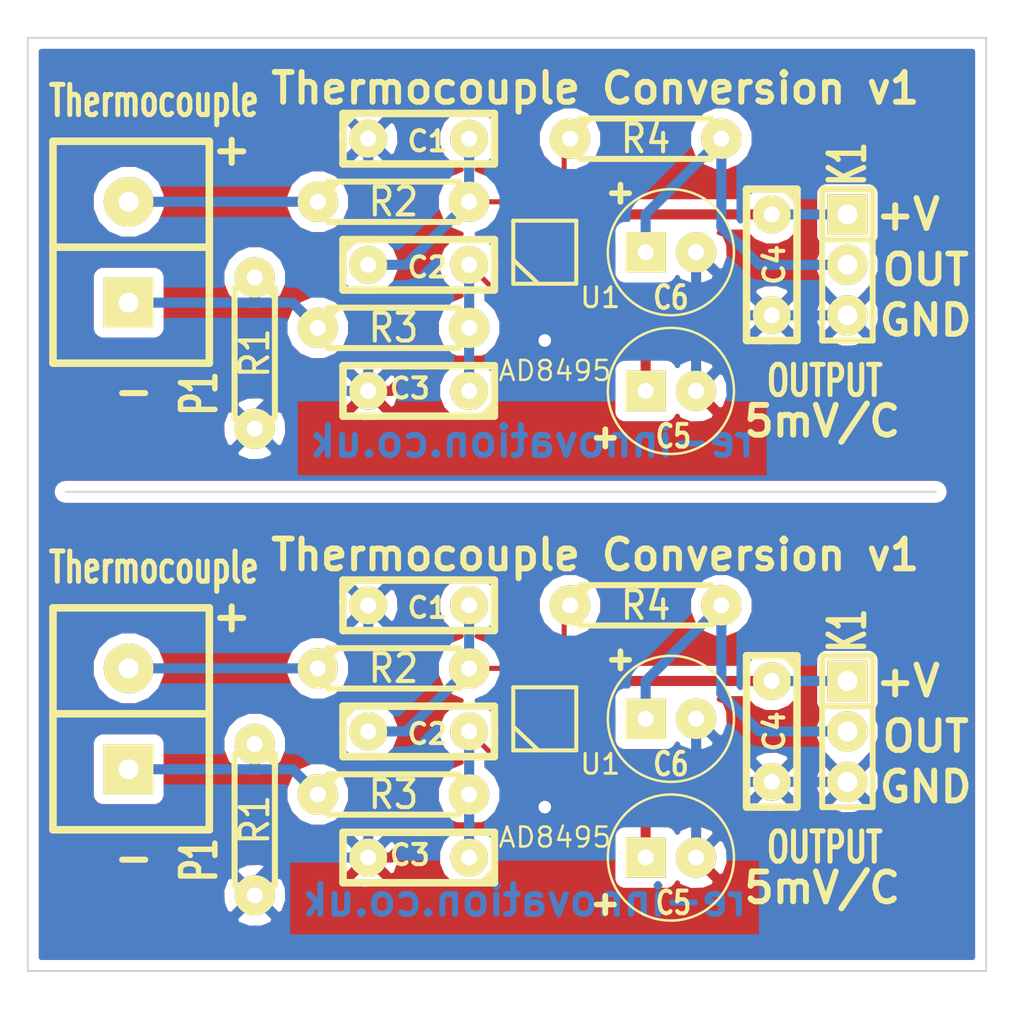
<source format=kicad_pcb>
(kicad_pcb (version 3) (host pcbnew "(2013-07-07 BZR 4022)-stable")

  (general
    (links 56)
    (no_connects 7)
    (area 21.463 45.085 73.025001 96.647001)
    (thickness 1.6)
    (drawings 19)
    (tracks 114)
    (zones 0)
    (modules 26)
    (nets 9)
  )

  (page A3)
  (layers
    (15 F.Cu signal)
    (0 B.Cu signal)
    (16 B.Adhes user)
    (17 F.Adhes user)
    (18 B.Paste user)
    (19 F.Paste user)
    (20 B.SilkS user)
    (21 F.SilkS user)
    (22 B.Mask user)
    (23 F.Mask user)
    (24 Dwgs.User user)
    (25 Cmts.User user)
    (26 Eco1.User user)
    (27 Eco2.User user)
    (28 Edge.Cuts user)
  )

  (setup
    (last_trace_width 0.508)
    (trace_clearance 0.254)
    (zone_clearance 0.508)
    (zone_45_only no)
    (trace_min 0.254)
    (segment_width 0.2)
    (edge_width 0.1)
    (via_size 0.889)
    (via_drill 0.635)
    (via_min_size 0.889)
    (via_min_drill 0.508)
    (uvia_size 0.508)
    (uvia_drill 0.127)
    (uvias_allowed no)
    (uvia_min_size 0.508)
    (uvia_min_drill 0.127)
    (pcb_text_width 0.3)
    (pcb_text_size 1.5 1.5)
    (mod_edge_width 0.15)
    (mod_text_size 1 1)
    (mod_text_width 0.15)
    (pad_size 2.032 2.032)
    (pad_drill 1.00076)
    (pad_to_mask_clearance 0)
    (aux_axis_origin 0 0)
    (visible_elements 7FFFFFFF)
    (pcbplotparams
      (layerselection 284196865)
      (usegerberextensions true)
      (excludeedgelayer true)
      (linewidth 0.150000)
      (plotframeref false)
      (viasonmask false)
      (mode 1)
      (useauxorigin false)
      (hpglpennumber 1)
      (hpglpenspeed 20)
      (hpglpendiameter 15)
      (hpglpenoverlay 2)
      (psnegative false)
      (psa4output false)
      (plotreference true)
      (plotvalue true)
      (plotothertext true)
      (plotinvisibletext false)
      (padsonsilk false)
      (subtractmaskfromsilk false)
      (outputformat 1)
      (mirror false)
      (drillshape 0)
      (scaleselection 1)
      (outputdirectory "E:/Work/PROTOTYPES/Thermcouple PCB/Thermocouple_PCB_30_11_13/"))
  )

  (net 0 "")
  (net 1 GND)
  (net 2 N-000002)
  (net 3 N-000004)
  (net 4 N-000005)
  (net 5 N-000007)
  (net 6 N-000008)
  (net 7 N-000009)
  (net 8 VDD)

  (net_class Default "This is the default net class."
    (clearance 0.254)
    (trace_width 0.508)
    (via_dia 0.889)
    (via_drill 0.635)
    (uvia_dia 0.508)
    (uvia_drill 0.127)
    (add_net "")
    (add_net GND)
    (add_net N-000002)
    (add_net N-000004)
    (add_net N-000005)
    (add_net N-000007)
    (add_net N-000008)
    (add_net N-000009)
    (add_net VDD)
  )

  (module C1_wide_lg_pad (layer F.Cu) (tedit 5299AD8C) (tstamp 5299B1A9)
    (at 60.325 80.645 270)
    (descr "Condensateur e = 1 pas")
    (tags C)
    (path /5299ABD2)
    (fp_text reference C4 (at 1.27 -0.127 270) (layer F.SilkS)
      (effects (font (size 1.016 1.016) (thickness 0.2032)))
    )
    (fp_text value 100nf (at 0 -2.286 270) (layer F.SilkS) hide
      (effects (font (size 1.016 1.016) (thickness 0.2032)))
    )
    (fp_line (start -2.54 -1.27) (end -2.54 1.27) (layer F.SilkS) (width 0.381))
    (fp_line (start -2.54 1.27) (end 5.08 1.27) (layer F.SilkS) (width 0.381))
    (fp_line (start 5.08 1.27) (end 5.08 -1.27) (layer F.SilkS) (width 0.381))
    (fp_line (start 5.08 -1.27) (end -2.54 -1.27) (layer F.SilkS) (width 0.381))
    (fp_line (start -2.54 -0.635) (end -1.905 -1.27) (layer F.SilkS) (width 0.3048))
    (pad 1 thru_hole circle (at -1.27 0 270) (size 1.905 1.905) (drill 0.8001)
      (layers *.Cu *.Mask F.SilkS)
      (net 8 VDD)
    )
    (pad 2 thru_hole circle (at 3.81 0 270) (size 1.905 1.905) (drill 0.8001)
      (layers *.Cu *.Mask F.SilkS)
      (net 1 GND)
    )
    (model discret/capa_1_pas.wrl
      (at (xyz 0 0 0))
      (scale (xyz 1 1 1))
      (rotate (xyz 0 0 0))
    )
  )

  (module C1_wide_lg_pad (layer F.Cu) (tedit 4E38197A) (tstamp 5299B19F)
    (at 41.275 75.565)
    (descr "Condensateur e = 1 pas")
    (tags C)
    (path /5299ABC3)
    (fp_text reference C1 (at 1.7145 0.127) (layer F.SilkS)
      (effects (font (size 1.016 1.016) (thickness 0.2032)))
    )
    (fp_text value 1nf (at 0 -2.286) (layer F.SilkS) hide
      (effects (font (size 1.016 1.016) (thickness 0.2032)))
    )
    (fp_line (start -2.54 -1.27) (end -2.54 1.27) (layer F.SilkS) (width 0.381))
    (fp_line (start -2.54 1.27) (end 5.08 1.27) (layer F.SilkS) (width 0.381))
    (fp_line (start 5.08 1.27) (end 5.08 -1.27) (layer F.SilkS) (width 0.381))
    (fp_line (start 5.08 -1.27) (end -2.54 -1.27) (layer F.SilkS) (width 0.381))
    (fp_line (start -2.54 -0.635) (end -1.905 -1.27) (layer F.SilkS) (width 0.3048))
    (pad 1 thru_hole circle (at -1.27 0) (size 1.905 1.905) (drill 0.8001)
      (layers *.Cu *.Mask F.SilkS)
      (net 1 GND)
    )
    (pad 2 thru_hole circle (at 3.81 0) (size 1.905 1.905) (drill 0.8001)
      (layers *.Cu *.Mask F.SilkS)
      (net 7 N-000009)
    )
    (model discret/capa_1_pas.wrl
      (at (xyz 0 0 0))
      (scale (xyz 1 1 1))
      (rotate (xyz 0 0 0))
    )
  )

  (module C1_wide_lg_pad (layer F.Cu) (tedit 4E38197A) (tstamp 5299B195)
    (at 43.815 88.265 180)
    (descr "Condensateur e = 1 pas")
    (tags C)
    (path /5299ABB4)
    (fp_text reference C3 (at 1.7145 0.127 180) (layer F.SilkS)
      (effects (font (size 1.016 1.016) (thickness 0.2032)))
    )
    (fp_text value 1nf (at 0 -2.286 180) (layer F.SilkS) hide
      (effects (font (size 1.016 1.016) (thickness 0.2032)))
    )
    (fp_line (start -2.54 -1.27) (end -2.54 1.27) (layer F.SilkS) (width 0.381))
    (fp_line (start -2.54 1.27) (end 5.08 1.27) (layer F.SilkS) (width 0.381))
    (fp_line (start 5.08 1.27) (end 5.08 -1.27) (layer F.SilkS) (width 0.381))
    (fp_line (start 5.08 -1.27) (end -2.54 -1.27) (layer F.SilkS) (width 0.381))
    (fp_line (start -2.54 -0.635) (end -1.905 -1.27) (layer F.SilkS) (width 0.3048))
    (pad 1 thru_hole circle (at -1.27 0 180) (size 1.905 1.905) (drill 0.8001)
      (layers *.Cu *.Mask F.SilkS)
      (net 6 N-000008)
    )
    (pad 2 thru_hole circle (at 3.81 0 180) (size 1.905 1.905) (drill 0.8001)
      (layers *.Cu *.Mask F.SilkS)
      (net 1 GND)
    )
    (model discret/capa_1_pas.wrl
      (at (xyz 0 0 0))
      (scale (xyz 1 1 1))
      (rotate (xyz 0 0 0))
    )
  )

  (module C1_wide_lg_pad (layer F.Cu) (tedit 4E38197A) (tstamp 5299B18B)
    (at 41.275 81.915)
    (descr "Condensateur e = 1 pas")
    (tags C)
    (path /5299AB96)
    (fp_text reference C2 (at 1.7145 0.127) (layer F.SilkS)
      (effects (font (size 1.016 1.016) (thickness 0.2032)))
    )
    (fp_text value 10nf (at 0 -2.286) (layer F.SilkS) hide
      (effects (font (size 1.016 1.016) (thickness 0.2032)))
    )
    (fp_line (start -2.54 -1.27) (end -2.54 1.27) (layer F.SilkS) (width 0.381))
    (fp_line (start -2.54 1.27) (end 5.08 1.27) (layer F.SilkS) (width 0.381))
    (fp_line (start 5.08 1.27) (end 5.08 -1.27) (layer F.SilkS) (width 0.381))
    (fp_line (start 5.08 -1.27) (end -2.54 -1.27) (layer F.SilkS) (width 0.381))
    (fp_line (start -2.54 -0.635) (end -1.905 -1.27) (layer F.SilkS) (width 0.3048))
    (pad 1 thru_hole circle (at -1.27 0) (size 1.905 1.905) (drill 0.8001)
      (layers *.Cu *.Mask F.SilkS)
      (net 7 N-000009)
    )
    (pad 2 thru_hole circle (at 3.81 0) (size 1.905 1.905) (drill 0.8001)
      (layers *.Cu *.Mask F.SilkS)
      (net 6 N-000008)
    )
    (model discret/capa_1_pas.wrl
      (at (xyz 0 0 0))
      (scale (xyz 1 1 1))
      (rotate (xyz 0 0 0))
    )
  )

  (module C1V7_lg_pad (layer F.Cu) (tedit 5299B021) (tstamp 5299B184)
    (at 55.245 81.28)
    (path /5299AC59)
    (fp_text reference C6 (at 0 2.286) (layer F.SilkS)
      (effects (font (size 1.143 0.889) (thickness 0.2032)))
    )
    (fp_text value 1uf (at -0.127 -2.794) (layer F.SilkS) hide
      (effects (font (size 1.143 0.889) (thickness 0.2032)))
    )
    (fp_text user + (at -2.54 -3.048) (layer F.SilkS)
      (effects (font (size 1.143 1.143) (thickness 0.28702)))
    )
    (fp_circle (center 0 0) (end 3.175 0) (layer F.SilkS) (width 0.127))
    (pad 1 thru_hole rect (at -1.27 0) (size 2.032 2.032) (drill 0.8001)
      (layers *.Cu *.Mask F.SilkS)
      (net 2 N-000002)
    )
    (pad 2 thru_hole circle (at 1.27 0) (size 2.032 2.032) (drill 0.8001)
      (layers *.Cu *.Mask F.SilkS)
      (net 1 GND)
    )
    (model discret/c_vert_c1v7.wrl
      (at (xyz 0 0 0))
      (scale (xyz 1 1 1))
      (rotate (xyz 0 0 0))
    )
  )

  (module C1V7_lg_pad (layer F.Cu) (tedit 5299B01E) (tstamp 5299B17D)
    (at 55.245 88.265)
    (path /5299ABE1)
    (fp_text reference C5 (at 0.127 2.286) (layer F.SilkS)
      (effects (font (size 1.143 0.889) (thickness 0.2032)))
    )
    (fp_text value 10uf (at 0 -1.524) (layer F.SilkS) hide
      (effects (font (size 1.143 0.889) (thickness 0.2032)))
    )
    (fp_text user + (at -3.302 2.286) (layer F.SilkS)
      (effects (font (size 1.143 1.143) (thickness 0.28702)))
    )
    (fp_circle (center 0 0) (end 3.175 0) (layer F.SilkS) (width 0.127))
    (pad 1 thru_hole rect (at -1.27 0) (size 2.032 2.032) (drill 0.8001)
      (layers *.Cu *.Mask F.SilkS)
      (net 8 VDD)
    )
    (pad 2 thru_hole circle (at 1.27 0) (size 2.032 2.032) (drill 0.8001)
      (layers *.Cu *.Mask F.SilkS)
      (net 1 GND)
    )
    (model discret/c_vert_c1v7.wrl
      (at (xyz 0 0 0))
      (scale (xyz 1 1 1))
      (rotate (xyz 0 0 0))
    )
  )

  (module MSOP_8 (layer F.Cu) (tedit 5299B02A) (tstamp 5299B16D)
    (at 48.895 81.28)
    (path /5299AB69)
    (fp_text reference U1 (at 2.794 2.286) (layer F.SilkS)
      (effects (font (size 1.00076 1.00076) (thickness 0.1524)))
    )
    (fp_text value AD8495 (at 0.508 5.969) (layer F.SilkS)
      (effects (font (size 1.00076 1.00076) (thickness 0.127)))
    )
    (fp_line (start -0.3175 1.5875) (end -1.5875 0.381) (layer F.SilkS) (width 0.2032))
    (fp_line (start -1.5875 1.5875) (end 1.5875 1.5875) (layer F.SilkS) (width 0.2032))
    (fp_line (start 1.5875 1.5875) (end 1.5875 -1.5875) (layer F.SilkS) (width 0.2032))
    (fp_line (start 1.5875 -1.5875) (end -1.5875 -1.5875) (layer F.SilkS) (width 0.2032))
    (fp_line (start -1.5875 -1.5875) (end -1.5875 1.5875) (layer F.SilkS) (width 0.2032))
    (pad 1 smd rect (at -0.97536 2.159) (size 0.381 1.27)
      (layers F.Cu F.Paste F.Mask)
      (net 6 N-000008)
    )
    (pad 2 smd rect (at -0.32512 2.159) (size 0.381 1.27)
      (layers F.Cu F.Paste F.Mask)
      (net 1 GND)
    )
    (pad 3 smd rect (at 0.32512 2.159) (size 0.381 1.27)
      (layers F.Cu F.Paste F.Mask)
      (net 1 GND)
    )
    (pad 4 smd rect (at 0.97536 2.159) (size 0.381 1.27)
      (layers F.Cu F.Paste F.Mask)
    )
    (pad 5 smd rect (at 0.97536 -2.159) (size 0.381 1.27)
      (layers F.Cu F.Paste F.Mask)
      (net 3 N-000004)
    )
    (pad 6 smd rect (at 0.32512 -2.159) (size 0.381 1.27)
      (layers F.Cu F.Paste F.Mask)
      (net 3 N-000004)
    )
    (pad 7 smd rect (at -0.32512 -2.159) (size 0.381 1.27)
      (layers F.Cu F.Paste F.Mask)
      (net 8 VDD)
    )
    (pad 8 smd rect (at -0.97536 -2.159) (size 0.381 1.27)
      (layers F.Cu F.Paste F.Mask)
      (net 7 N-000009)
    )
    (model smd/MSOP_8.wrl
      (at (xyz 0 0 0.001))
      (scale (xyz 0.3937 0.3937 0.3937))
      (rotate (xyz 0 0 0))
    )
  )

  (module R3-LARGE_PADS_0_8_hole (layer F.Cu) (tedit 4E9EA045) (tstamp 5299B160)
    (at 53.975 75.565)
    (descr "Resitance 3 pas")
    (tags R)
    (path /5299AC4A)
    (autoplace_cost180 10)
    (fp_text reference R4 (at 0 0) (layer F.SilkS)
      (effects (font (size 1.397 1.27) (thickness 0.2032)))
    )
    (fp_text value 100k (at 0 0) (layer F.SilkS) hide
      (effects (font (size 1.397 1.27) (thickness 0.2032)))
    )
    (fp_line (start -3.81 0) (end -3.302 0) (layer F.SilkS) (width 0.3048))
    (fp_line (start 3.81 0) (end 3.302 0) (layer F.SilkS) (width 0.3048))
    (fp_line (start 3.302 0) (end 3.302 -1.016) (layer F.SilkS) (width 0.3048))
    (fp_line (start 3.302 -1.016) (end -3.302 -1.016) (layer F.SilkS) (width 0.3048))
    (fp_line (start -3.302 -1.016) (end -3.302 1.016) (layer F.SilkS) (width 0.3048))
    (fp_line (start -3.302 1.016) (end 3.302 1.016) (layer F.SilkS) (width 0.3048))
    (fp_line (start 3.302 1.016) (end 3.302 0) (layer F.SilkS) (width 0.3048))
    (fp_line (start -3.302 -0.508) (end -2.794 -1.016) (layer F.SilkS) (width 0.3048))
    (pad 1 thru_hole circle (at -3.81 0) (size 2.032 2.032) (drill 0.8001)
      (layers *.Cu *.Mask F.SilkS)
      (net 3 N-000004)
    )
    (pad 2 thru_hole circle (at 3.81 0) (size 2.032 2.032) (drill 0.8001)
      (layers *.Cu *.Mask F.SilkS)
      (net 2 N-000002)
    )
    (model discret/resistor.wrl
      (at (xyz 0 0 0))
      (scale (xyz 0.3 0.3 0.3))
      (rotate (xyz 0 0 0))
    )
  )

  (module R3-LARGE_PADS_0_8_hole (layer F.Cu) (tedit 4E9EA045) (tstamp 5299B153)
    (at 34.29 86.36 270)
    (descr "Resitance 3 pas")
    (tags R)
    (path /5299AC0E)
    (autoplace_cost180 10)
    (fp_text reference R1 (at 0 0 270) (layer F.SilkS)
      (effects (font (size 1.397 1.27) (thickness 0.2032)))
    )
    (fp_text value 1M (at 0 0 270) (layer F.SilkS) hide
      (effects (font (size 1.397 1.27) (thickness 0.2032)))
    )
    (fp_line (start -3.81 0) (end -3.302 0) (layer F.SilkS) (width 0.3048))
    (fp_line (start 3.81 0) (end 3.302 0) (layer F.SilkS) (width 0.3048))
    (fp_line (start 3.302 0) (end 3.302 -1.016) (layer F.SilkS) (width 0.3048))
    (fp_line (start 3.302 -1.016) (end -3.302 -1.016) (layer F.SilkS) (width 0.3048))
    (fp_line (start -3.302 -1.016) (end -3.302 1.016) (layer F.SilkS) (width 0.3048))
    (fp_line (start -3.302 1.016) (end 3.302 1.016) (layer F.SilkS) (width 0.3048))
    (fp_line (start 3.302 1.016) (end 3.302 0) (layer F.SilkS) (width 0.3048))
    (fp_line (start -3.302 -0.508) (end -2.794 -1.016) (layer F.SilkS) (width 0.3048))
    (pad 1 thru_hole circle (at -3.81 0 270) (size 2.032 2.032) (drill 0.8001)
      (layers *.Cu *.Mask F.SilkS)
      (net 5 N-000007)
    )
    (pad 2 thru_hole circle (at 3.81 0 270) (size 2.032 2.032) (drill 0.8001)
      (layers *.Cu *.Mask F.SilkS)
      (net 1 GND)
    )
    (model discret/resistor.wrl
      (at (xyz 0 0 0))
      (scale (xyz 0.3 0.3 0.3))
      (rotate (xyz 0 0 0))
    )
  )

  (module R3-LARGE_PADS_0_8_hole (layer F.Cu) (tedit 4E9EA045) (tstamp 5299B146)
    (at 41.275 85.09)
    (descr "Resitance 3 pas")
    (tags R)
    (path /5299ABFF)
    (autoplace_cost180 10)
    (fp_text reference R3 (at 0 0) (layer F.SilkS)
      (effects (font (size 1.397 1.27) (thickness 0.2032)))
    )
    (fp_text value 10k (at 0 0) (layer F.SilkS) hide
      (effects (font (size 1.397 1.27) (thickness 0.2032)))
    )
    (fp_line (start -3.81 0) (end -3.302 0) (layer F.SilkS) (width 0.3048))
    (fp_line (start 3.81 0) (end 3.302 0) (layer F.SilkS) (width 0.3048))
    (fp_line (start 3.302 0) (end 3.302 -1.016) (layer F.SilkS) (width 0.3048))
    (fp_line (start 3.302 -1.016) (end -3.302 -1.016) (layer F.SilkS) (width 0.3048))
    (fp_line (start -3.302 -1.016) (end -3.302 1.016) (layer F.SilkS) (width 0.3048))
    (fp_line (start -3.302 1.016) (end 3.302 1.016) (layer F.SilkS) (width 0.3048))
    (fp_line (start 3.302 1.016) (end 3.302 0) (layer F.SilkS) (width 0.3048))
    (fp_line (start -3.302 -0.508) (end -2.794 -1.016) (layer F.SilkS) (width 0.3048))
    (pad 1 thru_hole circle (at -3.81 0) (size 2.032 2.032) (drill 0.8001)
      (layers *.Cu *.Mask F.SilkS)
      (net 5 N-000007)
    )
    (pad 2 thru_hole circle (at 3.81 0) (size 2.032 2.032) (drill 0.8001)
      (layers *.Cu *.Mask F.SilkS)
      (net 6 N-000008)
    )
    (model discret/resistor.wrl
      (at (xyz 0 0 0))
      (scale (xyz 0.3 0.3 0.3))
      (rotate (xyz 0 0 0))
    )
  )

  (module R3-LARGE_PADS_0_8_hole (layer F.Cu) (tedit 4E9EA045) (tstamp 5299B139)
    (at 41.275 78.74)
    (descr "Resitance 3 pas")
    (tags R)
    (path /5299ABF0)
    (autoplace_cost180 10)
    (fp_text reference R2 (at 0 0) (layer F.SilkS)
      (effects (font (size 1.397 1.27) (thickness 0.2032)))
    )
    (fp_text value 10k (at 0 0) (layer F.SilkS) hide
      (effects (font (size 1.397 1.27) (thickness 0.2032)))
    )
    (fp_line (start -3.81 0) (end -3.302 0) (layer F.SilkS) (width 0.3048))
    (fp_line (start 3.81 0) (end 3.302 0) (layer F.SilkS) (width 0.3048))
    (fp_line (start 3.302 0) (end 3.302 -1.016) (layer F.SilkS) (width 0.3048))
    (fp_line (start 3.302 -1.016) (end -3.302 -1.016) (layer F.SilkS) (width 0.3048))
    (fp_line (start -3.302 -1.016) (end -3.302 1.016) (layer F.SilkS) (width 0.3048))
    (fp_line (start -3.302 1.016) (end 3.302 1.016) (layer F.SilkS) (width 0.3048))
    (fp_line (start 3.302 1.016) (end 3.302 0) (layer F.SilkS) (width 0.3048))
    (fp_line (start -3.302 -0.508) (end -2.794 -1.016) (layer F.SilkS) (width 0.3048))
    (pad 1 thru_hole circle (at -3.81 0) (size 2.032 2.032) (drill 0.8001)
      (layers *.Cu *.Mask F.SilkS)
      (net 4 N-000005)
    )
    (pad 2 thru_hole circle (at 3.81 0) (size 2.032 2.032) (drill 0.8001)
      (layers *.Cu *.Mask F.SilkS)
      (net 7 N-000009)
    )
    (model discret/resistor.wrl
      (at (xyz 0 0 0))
      (scale (xyz 0.3 0.3 0.3))
      (rotate (xyz 0 0 0))
    )
  )

  (module SIL-2_screw_terminal (layer F.Cu) (tedit 5299B0C9) (tstamp 5299B12D)
    (at 27.94 82.55 90)
    (descr "Connecteurs 2 pins")
    (tags "CONN DEV")
    (path /5299AB78)
    (fp_text reference P1 (at -5.842 3.556 90) (layer F.SilkS)
      (effects (font (size 1.72974 1.08712) (thickness 0.27178)))
    )
    (fp_text value Thermocouple (at 8.89 1.27 180) (layer F.SilkS)
      (effects (font (size 1.524 1.016) (thickness 0.254)))
    )
    (fp_text user - (at -5.715 0.254 180) (layer F.SilkS)
      (effects (font (size 1.524 1.524) (thickness 0.3048)))
    )
    (fp_text user + (at 6.35 5.08 90) (layer F.SilkS)
      (effects (font (size 1.524 1.524) (thickness 0.3048)))
    )
    (fp_line (start 1.524 4.064) (end 1.524 -3.81) (layer F.SilkS) (width 0.381))
    (fp_line (start -4.318 -3.81) (end 6.858 -3.81) (layer F.SilkS) (width 0.381))
    (fp_line (start 6.858 -3.81) (end 6.858 4.064) (layer F.SilkS) (width 0.381))
    (fp_line (start 6.858 4.064) (end -4.318 4.064) (layer F.SilkS) (width 0.381))
    (fp_line (start -4.318 4.064) (end -4.318 -3.81) (layer F.SilkS) (width 0.381))
    (pad 1 thru_hole rect (at -1.27 0 90) (size 2.49936 2.49936) (drill 1.00076)
      (layers *.Cu *.Mask F.SilkS)
      (net 5 N-000007)
    )
    (pad 2 thru_hole circle (at 3.81 0 90) (size 2.49936 2.49936) (drill 1.00076)
      (layers *.Cu *.Mask F.SilkS)
      (net 4 N-000005)
    )
  )

  (module SIL-3_lg_pad_1mm (layer F.Cu) (tedit 5299AFDC) (tstamp 5299B122)
    (at 64.135 81.915 270)
    (descr "Connecteur 3 pins")
    (tags "CONN DEV")
    (path /5299AB87)
    (fp_text reference K1 (at -5.08 0 270) (layer F.SilkS)
      (effects (font (size 1.7907 1.07696) (thickness 0.26924)))
    )
    (fp_text value OUTPUT (at 5.842 1.143 360) (layer F.SilkS)
      (effects (font (size 1.524 1.016) (thickness 0.254)))
    )
    (fp_line (start -3.81 1.27) (end -3.81 -1.27) (layer F.SilkS) (width 0.3048))
    (fp_line (start -3.81 -1.27) (end 3.81 -1.27) (layer F.SilkS) (width 0.3048))
    (fp_line (start 3.81 -1.27) (end 3.81 1.27) (layer F.SilkS) (width 0.3048))
    (fp_line (start 3.81 1.27) (end -3.81 1.27) (layer F.SilkS) (width 0.3048))
    (fp_line (start -1.27 -1.27) (end -1.27 1.27) (layer F.SilkS) (width 0.3048))
    (pad 1 thru_hole rect (at -2.54 0 270) (size 2.032 2.032) (drill 1.00076)
      (layers *.Cu *.Mask F.SilkS)
      (net 8 VDD)
    )
    (pad 2 thru_hole circle (at 0 0 270) (size 2.032 2.032) (drill 1.00076)
      (layers *.Cu *.Mask F.SilkS)
      (net 2 N-000002)
    )
    (pad 3 thru_hole circle (at 2.54 0 270) (size 2.032 2.032) (drill 1.00076)
      (layers *.Cu *.Mask F.SilkS)
      (net 1 GND)
    )
  )

  (module SIL-3_lg_pad_1mm (layer F.Cu) (tedit 5299AFDC) (tstamp 5299ACB6)
    (at 64.135 58.42 270)
    (descr "Connecteur 3 pins")
    (tags "CONN DEV")
    (path /5299AB87)
    (fp_text reference K1 (at -5.08 0 270) (layer F.SilkS)
      (effects (font (size 1.7907 1.07696) (thickness 0.26924)))
    )
    (fp_text value OUTPUT (at 5.842 1.143 360) (layer F.SilkS)
      (effects (font (size 1.524 1.016) (thickness 0.254)))
    )
    (fp_line (start -3.81 1.27) (end -3.81 -1.27) (layer F.SilkS) (width 0.3048))
    (fp_line (start -3.81 -1.27) (end 3.81 -1.27) (layer F.SilkS) (width 0.3048))
    (fp_line (start 3.81 -1.27) (end 3.81 1.27) (layer F.SilkS) (width 0.3048))
    (fp_line (start 3.81 1.27) (end -3.81 1.27) (layer F.SilkS) (width 0.3048))
    (fp_line (start -1.27 -1.27) (end -1.27 1.27) (layer F.SilkS) (width 0.3048))
    (pad 1 thru_hole rect (at -2.54 0 270) (size 2.032 2.032) (drill 1.00076)
      (layers *.Cu *.Mask F.SilkS)
      (net 8 VDD)
    )
    (pad 2 thru_hole circle (at 0 0 270) (size 2.032 2.032) (drill 1.00076)
      (layers *.Cu *.Mask F.SilkS)
      (net 2 N-000002)
    )
    (pad 3 thru_hole circle (at 2.54 0 270) (size 2.032 2.032) (drill 1.00076)
      (layers *.Cu *.Mask F.SilkS)
      (net 1 GND)
    )
  )

  (module SIL-2_screw_terminal (layer F.Cu) (tedit 5299B0C9) (tstamp 5299ACC3)
    (at 27.94 59.055 90)
    (descr "Connecteurs 2 pins")
    (tags "CONN DEV")
    (path /5299AB78)
    (fp_text reference P1 (at -5.842 3.556 90) (layer F.SilkS)
      (effects (font (size 1.72974 1.08712) (thickness 0.27178)))
    )
    (fp_text value Thermocouple (at 8.89 1.27 180) (layer F.SilkS)
      (effects (font (size 1.524 1.016) (thickness 0.254)))
    )
    (fp_text user - (at -5.715 0.254 180) (layer F.SilkS)
      (effects (font (size 1.524 1.524) (thickness 0.3048)))
    )
    (fp_text user + (at 6.35 5.08 90) (layer F.SilkS)
      (effects (font (size 1.524 1.524) (thickness 0.3048)))
    )
    (fp_line (start 1.524 4.064) (end 1.524 -3.81) (layer F.SilkS) (width 0.381))
    (fp_line (start -4.318 -3.81) (end 6.858 -3.81) (layer F.SilkS) (width 0.381))
    (fp_line (start 6.858 -3.81) (end 6.858 4.064) (layer F.SilkS) (width 0.381))
    (fp_line (start 6.858 4.064) (end -4.318 4.064) (layer F.SilkS) (width 0.381))
    (fp_line (start -4.318 4.064) (end -4.318 -3.81) (layer F.SilkS) (width 0.381))
    (pad 1 thru_hole rect (at -1.27 0 90) (size 2.49936 2.49936) (drill 1.00076)
      (layers *.Cu *.Mask F.SilkS)
      (net 5 N-000007)
    )
    (pad 2 thru_hole circle (at 3.81 0 90) (size 2.49936 2.49936) (drill 1.00076)
      (layers *.Cu *.Mask F.SilkS)
      (net 4 N-000005)
    )
  )

  (module R3-LARGE_PADS_0_8_hole (layer F.Cu) (tedit 4E9EA045) (tstamp 5299ACD1)
    (at 41.275 55.245)
    (descr "Resitance 3 pas")
    (tags R)
    (path /5299ABF0)
    (autoplace_cost180 10)
    (fp_text reference R2 (at 0 0) (layer F.SilkS)
      (effects (font (size 1.397 1.27) (thickness 0.2032)))
    )
    (fp_text value 10k (at 0 0) (layer F.SilkS) hide
      (effects (font (size 1.397 1.27) (thickness 0.2032)))
    )
    (fp_line (start -3.81 0) (end -3.302 0) (layer F.SilkS) (width 0.3048))
    (fp_line (start 3.81 0) (end 3.302 0) (layer F.SilkS) (width 0.3048))
    (fp_line (start 3.302 0) (end 3.302 -1.016) (layer F.SilkS) (width 0.3048))
    (fp_line (start 3.302 -1.016) (end -3.302 -1.016) (layer F.SilkS) (width 0.3048))
    (fp_line (start -3.302 -1.016) (end -3.302 1.016) (layer F.SilkS) (width 0.3048))
    (fp_line (start -3.302 1.016) (end 3.302 1.016) (layer F.SilkS) (width 0.3048))
    (fp_line (start 3.302 1.016) (end 3.302 0) (layer F.SilkS) (width 0.3048))
    (fp_line (start -3.302 -0.508) (end -2.794 -1.016) (layer F.SilkS) (width 0.3048))
    (pad 1 thru_hole circle (at -3.81 0) (size 2.032 2.032) (drill 0.8001)
      (layers *.Cu *.Mask F.SilkS)
      (net 4 N-000005)
    )
    (pad 2 thru_hole circle (at 3.81 0) (size 2.032 2.032) (drill 0.8001)
      (layers *.Cu *.Mask F.SilkS)
      (net 7 N-000009)
    )
    (model discret/resistor.wrl
      (at (xyz 0 0 0))
      (scale (xyz 0.3 0.3 0.3))
      (rotate (xyz 0 0 0))
    )
  )

  (module R3-LARGE_PADS_0_8_hole (layer F.Cu) (tedit 4E9EA045) (tstamp 5299ACDF)
    (at 41.275 61.595)
    (descr "Resitance 3 pas")
    (tags R)
    (path /5299ABFF)
    (autoplace_cost180 10)
    (fp_text reference R3 (at 0 0) (layer F.SilkS)
      (effects (font (size 1.397 1.27) (thickness 0.2032)))
    )
    (fp_text value 10k (at 0 0) (layer F.SilkS) hide
      (effects (font (size 1.397 1.27) (thickness 0.2032)))
    )
    (fp_line (start -3.81 0) (end -3.302 0) (layer F.SilkS) (width 0.3048))
    (fp_line (start 3.81 0) (end 3.302 0) (layer F.SilkS) (width 0.3048))
    (fp_line (start 3.302 0) (end 3.302 -1.016) (layer F.SilkS) (width 0.3048))
    (fp_line (start 3.302 -1.016) (end -3.302 -1.016) (layer F.SilkS) (width 0.3048))
    (fp_line (start -3.302 -1.016) (end -3.302 1.016) (layer F.SilkS) (width 0.3048))
    (fp_line (start -3.302 1.016) (end 3.302 1.016) (layer F.SilkS) (width 0.3048))
    (fp_line (start 3.302 1.016) (end 3.302 0) (layer F.SilkS) (width 0.3048))
    (fp_line (start -3.302 -0.508) (end -2.794 -1.016) (layer F.SilkS) (width 0.3048))
    (pad 1 thru_hole circle (at -3.81 0) (size 2.032 2.032) (drill 0.8001)
      (layers *.Cu *.Mask F.SilkS)
      (net 5 N-000007)
    )
    (pad 2 thru_hole circle (at 3.81 0) (size 2.032 2.032) (drill 0.8001)
      (layers *.Cu *.Mask F.SilkS)
      (net 6 N-000008)
    )
    (model discret/resistor.wrl
      (at (xyz 0 0 0))
      (scale (xyz 0.3 0.3 0.3))
      (rotate (xyz 0 0 0))
    )
  )

  (module R3-LARGE_PADS_0_8_hole (layer F.Cu) (tedit 4E9EA045) (tstamp 5299ACED)
    (at 34.29 62.865 270)
    (descr "Resitance 3 pas")
    (tags R)
    (path /5299AC0E)
    (autoplace_cost180 10)
    (fp_text reference R1 (at 0 0 270) (layer F.SilkS)
      (effects (font (size 1.397 1.27) (thickness 0.2032)))
    )
    (fp_text value 1M (at 0 0 270) (layer F.SilkS) hide
      (effects (font (size 1.397 1.27) (thickness 0.2032)))
    )
    (fp_line (start -3.81 0) (end -3.302 0) (layer F.SilkS) (width 0.3048))
    (fp_line (start 3.81 0) (end 3.302 0) (layer F.SilkS) (width 0.3048))
    (fp_line (start 3.302 0) (end 3.302 -1.016) (layer F.SilkS) (width 0.3048))
    (fp_line (start 3.302 -1.016) (end -3.302 -1.016) (layer F.SilkS) (width 0.3048))
    (fp_line (start -3.302 -1.016) (end -3.302 1.016) (layer F.SilkS) (width 0.3048))
    (fp_line (start -3.302 1.016) (end 3.302 1.016) (layer F.SilkS) (width 0.3048))
    (fp_line (start 3.302 1.016) (end 3.302 0) (layer F.SilkS) (width 0.3048))
    (fp_line (start -3.302 -0.508) (end -2.794 -1.016) (layer F.SilkS) (width 0.3048))
    (pad 1 thru_hole circle (at -3.81 0 270) (size 2.032 2.032) (drill 0.8001)
      (layers *.Cu *.Mask F.SilkS)
      (net 5 N-000007)
    )
    (pad 2 thru_hole circle (at 3.81 0 270) (size 2.032 2.032) (drill 0.8001)
      (layers *.Cu *.Mask F.SilkS)
      (net 1 GND)
    )
    (model discret/resistor.wrl
      (at (xyz 0 0 0))
      (scale (xyz 0.3 0.3 0.3))
      (rotate (xyz 0 0 0))
    )
  )

  (module R3-LARGE_PADS_0_8_hole (layer F.Cu) (tedit 4E9EA045) (tstamp 5299ACFB)
    (at 53.975 52.07)
    (descr "Resitance 3 pas")
    (tags R)
    (path /5299AC4A)
    (autoplace_cost180 10)
    (fp_text reference R4 (at 0 0) (layer F.SilkS)
      (effects (font (size 1.397 1.27) (thickness 0.2032)))
    )
    (fp_text value 100k (at 0 0) (layer F.SilkS) hide
      (effects (font (size 1.397 1.27) (thickness 0.2032)))
    )
    (fp_line (start -3.81 0) (end -3.302 0) (layer F.SilkS) (width 0.3048))
    (fp_line (start 3.81 0) (end 3.302 0) (layer F.SilkS) (width 0.3048))
    (fp_line (start 3.302 0) (end 3.302 -1.016) (layer F.SilkS) (width 0.3048))
    (fp_line (start 3.302 -1.016) (end -3.302 -1.016) (layer F.SilkS) (width 0.3048))
    (fp_line (start -3.302 -1.016) (end -3.302 1.016) (layer F.SilkS) (width 0.3048))
    (fp_line (start -3.302 1.016) (end 3.302 1.016) (layer F.SilkS) (width 0.3048))
    (fp_line (start 3.302 1.016) (end 3.302 0) (layer F.SilkS) (width 0.3048))
    (fp_line (start -3.302 -0.508) (end -2.794 -1.016) (layer F.SilkS) (width 0.3048))
    (pad 1 thru_hole circle (at -3.81 0) (size 2.032 2.032) (drill 0.8001)
      (layers *.Cu *.Mask F.SilkS)
      (net 3 N-000004)
    )
    (pad 2 thru_hole circle (at 3.81 0) (size 2.032 2.032) (drill 0.8001)
      (layers *.Cu *.Mask F.SilkS)
      (net 2 N-000002)
    )
    (model discret/resistor.wrl
      (at (xyz 0 0 0))
      (scale (xyz 0.3 0.3 0.3))
      (rotate (xyz 0 0 0))
    )
  )

  (module MSOP_8 (layer F.Cu) (tedit 5299B02A) (tstamp 5299AD0C)
    (at 48.895 57.785)
    (path /5299AB69)
    (fp_text reference U1 (at 2.794 2.286) (layer F.SilkS)
      (effects (font (size 1.00076 1.00076) (thickness 0.1524)))
    )
    (fp_text value AD8495 (at 0.508 5.969) (layer F.SilkS)
      (effects (font (size 1.00076 1.00076) (thickness 0.127)))
    )
    (fp_line (start -0.3175 1.5875) (end -1.5875 0.381) (layer F.SilkS) (width 0.2032))
    (fp_line (start -1.5875 1.5875) (end 1.5875 1.5875) (layer F.SilkS) (width 0.2032))
    (fp_line (start 1.5875 1.5875) (end 1.5875 -1.5875) (layer F.SilkS) (width 0.2032))
    (fp_line (start 1.5875 -1.5875) (end -1.5875 -1.5875) (layer F.SilkS) (width 0.2032))
    (fp_line (start -1.5875 -1.5875) (end -1.5875 1.5875) (layer F.SilkS) (width 0.2032))
    (pad 1 smd rect (at -0.97536 2.159) (size 0.381 1.27)
      (layers F.Cu F.Paste F.Mask)
      (net 6 N-000008)
    )
    (pad 2 smd rect (at -0.32512 2.159) (size 0.381 1.27)
      (layers F.Cu F.Paste F.Mask)
      (net 1 GND)
    )
    (pad 3 smd rect (at 0.32512 2.159) (size 0.381 1.27)
      (layers F.Cu F.Paste F.Mask)
      (net 1 GND)
    )
    (pad 4 smd rect (at 0.97536 2.159) (size 0.381 1.27)
      (layers F.Cu F.Paste F.Mask)
    )
    (pad 5 smd rect (at 0.97536 -2.159) (size 0.381 1.27)
      (layers F.Cu F.Paste F.Mask)
      (net 3 N-000004)
    )
    (pad 6 smd rect (at 0.32512 -2.159) (size 0.381 1.27)
      (layers F.Cu F.Paste F.Mask)
      (net 3 N-000004)
    )
    (pad 7 smd rect (at -0.32512 -2.159) (size 0.381 1.27)
      (layers F.Cu F.Paste F.Mask)
      (net 8 VDD)
    )
    (pad 8 smd rect (at -0.97536 -2.159) (size 0.381 1.27)
      (layers F.Cu F.Paste F.Mask)
      (net 7 N-000009)
    )
    (model smd/MSOP_8.wrl
      (at (xyz 0 0 0.001))
      (scale (xyz 0.3937 0.3937 0.3937))
      (rotate (xyz 0 0 0))
    )
  )

  (module C1V7_lg_pad (layer F.Cu) (tedit 5299B01E) (tstamp 5299AD14)
    (at 55.245 64.77)
    (path /5299ABE1)
    (fp_text reference C5 (at 0.127 2.286) (layer F.SilkS)
      (effects (font (size 1.143 0.889) (thickness 0.2032)))
    )
    (fp_text value 10uf (at 0 -1.524) (layer F.SilkS) hide
      (effects (font (size 1.143 0.889) (thickness 0.2032)))
    )
    (fp_text user + (at -3.302 2.286) (layer F.SilkS)
      (effects (font (size 1.143 1.143) (thickness 0.28702)))
    )
    (fp_circle (center 0 0) (end 3.175 0) (layer F.SilkS) (width 0.127))
    (pad 1 thru_hole rect (at -1.27 0) (size 2.032 2.032) (drill 0.8001)
      (layers *.Cu *.Mask F.SilkS)
      (net 8 VDD)
    )
    (pad 2 thru_hole circle (at 1.27 0) (size 2.032 2.032) (drill 0.8001)
      (layers *.Cu *.Mask F.SilkS)
      (net 1 GND)
    )
    (model discret/c_vert_c1v7.wrl
      (at (xyz 0 0 0))
      (scale (xyz 1 1 1))
      (rotate (xyz 0 0 0))
    )
  )

  (module C1V7_lg_pad (layer F.Cu) (tedit 5299B021) (tstamp 5299AD1C)
    (at 55.245 57.785)
    (path /5299AC59)
    (fp_text reference C6 (at 0 2.286) (layer F.SilkS)
      (effects (font (size 1.143 0.889) (thickness 0.2032)))
    )
    (fp_text value 1uf (at -0.127 -2.794) (layer F.SilkS) hide
      (effects (font (size 1.143 0.889) (thickness 0.2032)))
    )
    (fp_text user + (at -2.54 -3.048) (layer F.SilkS)
      (effects (font (size 1.143 1.143) (thickness 0.28702)))
    )
    (fp_circle (center 0 0) (end 3.175 0) (layer F.SilkS) (width 0.127))
    (pad 1 thru_hole rect (at -1.27 0) (size 2.032 2.032) (drill 0.8001)
      (layers *.Cu *.Mask F.SilkS)
      (net 2 N-000002)
    )
    (pad 2 thru_hole circle (at 1.27 0) (size 2.032 2.032) (drill 0.8001)
      (layers *.Cu *.Mask F.SilkS)
      (net 1 GND)
    )
    (model discret/c_vert_c1v7.wrl
      (at (xyz 0 0 0))
      (scale (xyz 1 1 1))
      (rotate (xyz 0 0 0))
    )
  )

  (module C1_wide_lg_pad (layer F.Cu) (tedit 4E38197A) (tstamp 5299AD27)
    (at 41.275 58.42)
    (descr "Condensateur e = 1 pas")
    (tags C)
    (path /5299AB96)
    (fp_text reference C2 (at 1.7145 0.127) (layer F.SilkS)
      (effects (font (size 1.016 1.016) (thickness 0.2032)))
    )
    (fp_text value 10nf (at 0 -2.286) (layer F.SilkS) hide
      (effects (font (size 1.016 1.016) (thickness 0.2032)))
    )
    (fp_line (start -2.54 -1.27) (end -2.54 1.27) (layer F.SilkS) (width 0.381))
    (fp_line (start -2.54 1.27) (end 5.08 1.27) (layer F.SilkS) (width 0.381))
    (fp_line (start 5.08 1.27) (end 5.08 -1.27) (layer F.SilkS) (width 0.381))
    (fp_line (start 5.08 -1.27) (end -2.54 -1.27) (layer F.SilkS) (width 0.381))
    (fp_line (start -2.54 -0.635) (end -1.905 -1.27) (layer F.SilkS) (width 0.3048))
    (pad 1 thru_hole circle (at -1.27 0) (size 1.905 1.905) (drill 0.8001)
      (layers *.Cu *.Mask F.SilkS)
      (net 7 N-000009)
    )
    (pad 2 thru_hole circle (at 3.81 0) (size 1.905 1.905) (drill 0.8001)
      (layers *.Cu *.Mask F.SilkS)
      (net 6 N-000008)
    )
    (model discret/capa_1_pas.wrl
      (at (xyz 0 0 0))
      (scale (xyz 1 1 1))
      (rotate (xyz 0 0 0))
    )
  )

  (module C1_wide_lg_pad (layer F.Cu) (tedit 4E38197A) (tstamp 5299AD32)
    (at 43.815 64.77 180)
    (descr "Condensateur e = 1 pas")
    (tags C)
    (path /5299ABB4)
    (fp_text reference C3 (at 1.7145 0.127 180) (layer F.SilkS)
      (effects (font (size 1.016 1.016) (thickness 0.2032)))
    )
    (fp_text value 1nf (at 0 -2.286 180) (layer F.SilkS) hide
      (effects (font (size 1.016 1.016) (thickness 0.2032)))
    )
    (fp_line (start -2.54 -1.27) (end -2.54 1.27) (layer F.SilkS) (width 0.381))
    (fp_line (start -2.54 1.27) (end 5.08 1.27) (layer F.SilkS) (width 0.381))
    (fp_line (start 5.08 1.27) (end 5.08 -1.27) (layer F.SilkS) (width 0.381))
    (fp_line (start 5.08 -1.27) (end -2.54 -1.27) (layer F.SilkS) (width 0.381))
    (fp_line (start -2.54 -0.635) (end -1.905 -1.27) (layer F.SilkS) (width 0.3048))
    (pad 1 thru_hole circle (at -1.27 0 180) (size 1.905 1.905) (drill 0.8001)
      (layers *.Cu *.Mask F.SilkS)
      (net 6 N-000008)
    )
    (pad 2 thru_hole circle (at 3.81 0 180) (size 1.905 1.905) (drill 0.8001)
      (layers *.Cu *.Mask F.SilkS)
      (net 1 GND)
    )
    (model discret/capa_1_pas.wrl
      (at (xyz 0 0 0))
      (scale (xyz 1 1 1))
      (rotate (xyz 0 0 0))
    )
  )

  (module C1_wide_lg_pad (layer F.Cu) (tedit 4E38197A) (tstamp 5299AD3D)
    (at 41.275 52.07)
    (descr "Condensateur e = 1 pas")
    (tags C)
    (path /5299ABC3)
    (fp_text reference C1 (at 1.7145 0.127) (layer F.SilkS)
      (effects (font (size 1.016 1.016) (thickness 0.2032)))
    )
    (fp_text value 1nf (at 0 -2.286) (layer F.SilkS) hide
      (effects (font (size 1.016 1.016) (thickness 0.2032)))
    )
    (fp_line (start -2.54 -1.27) (end -2.54 1.27) (layer F.SilkS) (width 0.381))
    (fp_line (start -2.54 1.27) (end 5.08 1.27) (layer F.SilkS) (width 0.381))
    (fp_line (start 5.08 1.27) (end 5.08 -1.27) (layer F.SilkS) (width 0.381))
    (fp_line (start 5.08 -1.27) (end -2.54 -1.27) (layer F.SilkS) (width 0.381))
    (fp_line (start -2.54 -0.635) (end -1.905 -1.27) (layer F.SilkS) (width 0.3048))
    (pad 1 thru_hole circle (at -1.27 0) (size 1.905 1.905) (drill 0.8001)
      (layers *.Cu *.Mask F.SilkS)
      (net 1 GND)
    )
    (pad 2 thru_hole circle (at 3.81 0) (size 1.905 1.905) (drill 0.8001)
      (layers *.Cu *.Mask F.SilkS)
      (net 7 N-000009)
    )
    (model discret/capa_1_pas.wrl
      (at (xyz 0 0 0))
      (scale (xyz 1 1 1))
      (rotate (xyz 0 0 0))
    )
  )

  (module C1_wide_lg_pad (layer F.Cu) (tedit 5299AD8C) (tstamp 5299AD48)
    (at 60.325 57.15 270)
    (descr "Condensateur e = 1 pas")
    (tags C)
    (path /5299ABD2)
    (fp_text reference C4 (at 1.27 -0.127 270) (layer F.SilkS)
      (effects (font (size 1.016 1.016) (thickness 0.2032)))
    )
    (fp_text value 100nf (at 0 -2.286 270) (layer F.SilkS) hide
      (effects (font (size 1.016 1.016) (thickness 0.2032)))
    )
    (fp_line (start -2.54 -1.27) (end -2.54 1.27) (layer F.SilkS) (width 0.381))
    (fp_line (start -2.54 1.27) (end 5.08 1.27) (layer F.SilkS) (width 0.381))
    (fp_line (start 5.08 1.27) (end 5.08 -1.27) (layer F.SilkS) (width 0.381))
    (fp_line (start 5.08 -1.27) (end -2.54 -1.27) (layer F.SilkS) (width 0.381))
    (fp_line (start -2.54 -0.635) (end -1.905 -1.27) (layer F.SilkS) (width 0.3048))
    (pad 1 thru_hole circle (at -1.27 0 270) (size 1.905 1.905) (drill 0.8001)
      (layers *.Cu *.Mask F.SilkS)
      (net 8 VDD)
    )
    (pad 2 thru_hole circle (at 3.81 0 270) (size 1.905 1.905) (drill 0.8001)
      (layers *.Cu *.Mask F.SilkS)
      (net 1 GND)
    )
    (model discret/capa_1_pas.wrl
      (at (xyz 0 0 0))
      (scale (xyz 1 1 1))
      (rotate (xyz 0 0 0))
    )
  )

  (gr_line (start 22.86 93.98) (end 22.86 92.075) (angle 90) (layer Edge.Cuts) (width 0.1))
  (gr_line (start 71.12 93.98) (end 71.12 91.948) (angle 90) (layer Edge.Cuts) (width 0.1))
  (gr_line (start 24.765 69.85) (end 68.58 69.85) (angle 90) (layer Edge.Cuts) (width 0.1))
  (gr_line (start 22.86 92.075) (end 22.86 46.99) (angle 90) (layer Edge.Cuts) (width 0.1))
  (gr_line (start 71.12 93.98) (end 22.86 93.98) (angle 90) (layer Edge.Cuts) (width 0.1))
  (gr_line (start 71.12 46.99) (end 71.12 92.075) (angle 90) (layer Edge.Cuts) (width 0.1))
  (gr_line (start 22.86 46.99) (end 71.12 46.99) (angle 90) (layer Edge.Cuts) (width 0.1))
  (gr_text +V (at 67.183 79.375) (layer F.SilkS) (tstamp 5299B1F2)
    (effects (font (size 1.5 1.5) (thickness 0.3)))
  )
  (gr_text 5mV/C (at 62.865 89.789) (layer F.SilkS) (tstamp 5299B1F1)
    (effects (font (size 1.5 1.5) (thickness 0.3)))
  )
  (gr_text OUT (at 68.072 82.169) (layer F.SilkS) (tstamp 5299B1F0)
    (effects (font (size 1.5 1.5) (thickness 0.3)))
  )
  (gr_text GND (at 68.072 84.709) (layer F.SilkS) (tstamp 5299B1EF)
    (effects (font (size 1.5 1.5) (thickness 0.3)))
  )
  (gr_text re-innovation.co.uk (at 47.879 90.424) (layer B.Cu) (tstamp 5299B1EE)
    (effects (font (size 1.5 1.5) (thickness 0.3)) (justify mirror))
  )
  (gr_text "Thermocouple Conversion v1" (at 51.435 73.025) (layer F.SilkS) (tstamp 5299B1ED)
    (effects (font (size 1.5 1.5) (thickness 0.3)))
  )
  (gr_text "Thermocouple Conversion v1" (at 51.435 49.53) (layer F.SilkS)
    (effects (font (size 1.5 1.5) (thickness 0.3)))
  )
  (gr_text re-innovation.co.uk (at 48.26 67.31) (layer B.Cu)
    (effects (font (size 1.5 1.5) (thickness 0.3)) (justify mirror))
  )
  (gr_text GND (at 68.072 61.214) (layer F.SilkS)
    (effects (font (size 1.5 1.5) (thickness 0.3)))
  )
  (gr_text OUT (at 68.072 58.674) (layer F.SilkS)
    (effects (font (size 1.5 1.5) (thickness 0.3)))
  )
  (gr_text 5mV/C (at 62.865 66.294) (layer F.SilkS)
    (effects (font (size 1.5 1.5) (thickness 0.3)))
  )
  (gr_text +V (at 67.183 55.88) (layer F.SilkS)
    (effects (font (size 1.5 1.5) (thickness 0.3)))
  )

  (segment (start 40.005 85.09) (end 38.1 83.185) (width 0.508) (layer B.Cu) (net 1) (tstamp 5299B1C9))
  (segment (start 38.1 83.185) (end 38.1 81.28) (width 0.508) (layer B.Cu) (net 1) (tstamp 5299B1C8))
  (segment (start 38.1 81.28) (end 40.005 79.375) (width 0.508) (layer B.Cu) (net 1) (tstamp 5299B1C7))
  (segment (start 40.005 79.375) (end 40.005 75.565) (width 0.508) (layer B.Cu) (net 1) (tstamp 5299B1C6))
  (segment (start 40.005 88.265) (end 40.005 85.09) (width 0.508) (layer B.Cu) (net 1) (tstamp 5299B1C5))
  (segment (start 34.29 89.535) (end 35.56 88.265) (width 0.508) (layer B.Cu) (net 1) (tstamp 5299B1C4))
  (segment (start 35.56 88.265) (end 40.005 88.265) (width 0.508) (layer B.Cu) (net 1) (tstamp 5299B1C3))
  (segment (start 34.29 90.17) (end 34.29 89.535) (width 0.508) (layer B.Cu) (net 1) (tstamp 5299B1C2))
  (segment (start 60.325 84.455) (end 64.135 84.455) (width 0.508) (layer B.Cu) (net 1) (tstamp 5299B1C1))
  (segment (start 56.515 84.455) (end 56.515 81.28) (width 0.508) (layer B.Cu) (net 1) (tstamp 5299B1C0))
  (segment (start 56.515 85.725) (end 56.515 84.455) (width 0.508) (layer B.Cu) (net 1) (tstamp 5299B1BF))
  (segment (start 56.515 88.265) (end 56.515 85.725) (width 0.508) (layer B.Cu) (net 1) (tstamp 5299B1BE))
  (segment (start 60.325 84.455) (end 56.515 84.455) (width 0.508) (layer B.Cu) (net 1) (tstamp 5299B1BD))
  (segment (start 48.895 83.439) (end 49.22012 83.439) (width 0.254) (layer F.Cu) (net 1) (tstamp 5299B1BC))
  (segment (start 48.56988 83.439) (end 48.895 83.439) (width 0.254) (layer F.Cu) (net 1) (tstamp 5299B1BB))
  (via (at 48.895 85.725) (size 0.889) (layers F.Cu B.Cu) (net 1) (tstamp 5299B1BA))
  (segment (start 48.895 85.725) (end 56.515 85.725) (width 0.508) (layer B.Cu) (net 1) (tstamp 5299B1B9))
  (segment (start 48.895 83.439) (end 48.895 85.09) (width 0.254) (layer F.Cu) (net 1) (tstamp 5299B1B8))
  (segment (start 48.895 85.09) (end 48.895 85.725) (width 0.508) (layer F.Cu) (net 1) (tstamp 5299B1B7))
  (segment (start 41.148 88.265) (end 42.672 86.741) (width 0.508) (layer F.Cu) (net 1) (tstamp 5299B1B6))
  (segment (start 42.672 86.741) (end 47.879 86.741) (width 0.508) (layer F.Cu) (net 1) (tstamp 5299B1B5))
  (segment (start 47.879 86.741) (end 48.895 85.725) (width 0.508) (layer F.Cu) (net 1) (tstamp 5299B1B4))
  (segment (start 40.005 88.265) (end 41.148 88.265) (width 0.508) (layer F.Cu) (net 1) (tstamp 5299B1B3))
  (segment (start 40.005 64.77) (end 41.148 64.77) (width 0.508) (layer F.Cu) (net 1))
  (segment (start 47.879 63.246) (end 48.895 62.23) (width 0.508) (layer F.Cu) (net 1) (tstamp 5299AF81))
  (segment (start 42.672 63.246) (end 47.879 63.246) (width 0.508) (layer F.Cu) (net 1) (tstamp 5299AF80))
  (segment (start 41.148 64.77) (end 42.672 63.246) (width 0.508) (layer F.Cu) (net 1) (tstamp 5299AF7F))
  (segment (start 48.895 61.595) (end 48.895 62.23) (width 0.508) (layer F.Cu) (net 1))
  (segment (start 48.895 59.944) (end 48.895 61.595) (width 0.254) (layer F.Cu) (net 1))
  (segment (start 48.895 62.23) (end 56.515 62.23) (width 0.508) (layer B.Cu) (net 1) (tstamp 5299AF78))
  (via (at 48.895 62.23) (size 0.889) (layers F.Cu B.Cu) (net 1))
  (segment (start 48.56988 59.944) (end 48.895 59.944) (width 0.254) (layer F.Cu) (net 1))
  (segment (start 48.895 59.944) (end 49.22012 59.944) (width 0.254) (layer F.Cu) (net 1) (tstamp 5299AF6D))
  (segment (start 60.325 60.96) (end 56.515 60.96) (width 0.508) (layer B.Cu) (net 1))
  (segment (start 56.515 64.77) (end 56.515 62.23) (width 0.508) (layer B.Cu) (net 1))
  (segment (start 56.515 62.23) (end 56.515 60.96) (width 0.508) (layer B.Cu) (net 1) (tstamp 5299AF7B))
  (segment (start 56.515 60.96) (end 56.515 57.785) (width 0.508) (layer B.Cu) (net 1) (tstamp 5299AF57))
  (segment (start 60.325 60.96) (end 64.135 60.96) (width 0.508) (layer B.Cu) (net 1))
  (segment (start 34.29 66.675) (end 34.29 66.04) (width 0.508) (layer B.Cu) (net 1))
  (segment (start 35.56 64.77) (end 40.005 64.77) (width 0.508) (layer B.Cu) (net 1) (tstamp 5299AF45))
  (segment (start 34.29 66.04) (end 35.56 64.77) (width 0.508) (layer B.Cu) (net 1) (tstamp 5299AF44))
  (segment (start 40.005 64.77) (end 40.005 61.595) (width 0.508) (layer B.Cu) (net 1))
  (segment (start 40.005 55.88) (end 40.005 52.07) (width 0.508) (layer B.Cu) (net 1) (tstamp 5299AF41))
  (segment (start 38.1 57.785) (end 40.005 55.88) (width 0.508) (layer B.Cu) (net 1) (tstamp 5299AF40))
  (segment (start 38.1 59.69) (end 38.1 57.785) (width 0.508) (layer B.Cu) (net 1) (tstamp 5299AF3F))
  (segment (start 40.005 61.595) (end 38.1 59.69) (width 0.508) (layer B.Cu) (net 1) (tstamp 5299AF3E))
  (segment (start 53.975 79.375) (end 57.785 75.565) (width 0.508) (layer B.Cu) (net 2) (tstamp 5299B1CE))
  (segment (start 53.975 81.28) (end 53.975 79.375) (width 0.508) (layer B.Cu) (net 2) (tstamp 5299B1CD))
  (segment (start 59.69 81.915) (end 57.785 80.01) (width 0.508) (layer B.Cu) (net 2) (tstamp 5299B1CC))
  (segment (start 57.785 80.01) (end 57.785 75.565) (width 0.508) (layer B.Cu) (net 2) (tstamp 5299B1CB))
  (segment (start 64.135 81.915) (end 59.69 81.915) (width 0.508) (layer B.Cu) (net 2) (tstamp 5299B1CA))
  (segment (start 64.135 58.42) (end 59.69 58.42) (width 0.508) (layer B.Cu) (net 2))
  (segment (start 57.785 56.515) (end 57.785 52.07) (width 0.508) (layer B.Cu) (net 2) (tstamp 5299AF50))
  (segment (start 59.69 58.42) (end 57.785 56.515) (width 0.508) (layer B.Cu) (net 2) (tstamp 5299AF4F))
  (segment (start 53.975 57.785) (end 53.975 55.88) (width 0.508) (layer B.Cu) (net 2))
  (segment (start 53.975 55.88) (end 57.785 52.07) (width 0.508) (layer B.Cu) (net 2) (tstamp 5299AF4C))
  (segment (start 49.87036 75.85964) (end 50.165 75.565) (width 0.254) (layer F.Cu) (net 3) (tstamp 5299B1D1))
  (segment (start 49.87036 79.121) (end 49.87036 75.85964) (width 0.254) (layer F.Cu) (net 3) (tstamp 5299B1D0))
  (segment (start 49.22012 79.121) (end 49.87036 79.121) (width 0.254) (layer F.Cu) (net 3) (tstamp 5299B1CF))
  (segment (start 49.22012 55.626) (end 49.87036 55.626) (width 0.254) (layer F.Cu) (net 3))
  (segment (start 49.87036 55.626) (end 49.87036 52.36464) (width 0.254) (layer F.Cu) (net 3))
  (segment (start 49.87036 52.36464) (end 50.165 52.07) (width 0.254) (layer F.Cu) (net 3) (tstamp 5299AF66))
  (segment (start 27.94 78.74) (end 37.465 78.74) (width 0.508) (layer B.Cu) (net 4) (tstamp 5299B1D2))
  (segment (start 27.94 55.245) (end 37.465 55.245) (width 0.508) (layer B.Cu) (net 4))
  (segment (start 36.195 83.82) (end 37.465 85.09) (width 0.254) (layer B.Cu) (net 5) (tstamp 5299B1D7))
  (segment (start 36.195 83.82) (end 37.465 85.09) (width 0.508) (layer B.Cu) (net 5) (tstamp 5299B1D6))
  (segment (start 34.29 83.82) (end 36.195 83.82) (width 0.508) (layer B.Cu) (net 5) (tstamp 5299B1D5))
  (segment (start 27.94 83.82) (end 34.29 83.82) (width 0.508) (layer B.Cu) (net 5) (tstamp 5299B1D4))
  (segment (start 34.29 82.55) (end 34.29 83.82) (width 0.508) (layer B.Cu) (net 5) (tstamp 5299B1D3))
  (segment (start 34.29 59.055) (end 34.29 60.325) (width 0.508) (layer B.Cu) (net 5))
  (segment (start 27.94 60.325) (end 34.29 60.325) (width 0.508) (layer B.Cu) (net 5))
  (segment (start 34.29 60.325) (end 36.195 60.325) (width 0.508) (layer B.Cu) (net 5) (tstamp 5299AF33))
  (segment (start 36.195 60.325) (end 37.465 61.595) (width 0.508) (layer B.Cu) (net 5) (tstamp 5299AF2E))
  (segment (start 36.195 60.325) (end 37.465 61.595) (width 0.254) (layer B.Cu) (net 5) (tstamp 5299AF28))
  (segment (start 45.085 85.09) (end 45.085 81.915) (width 0.508) (layer B.Cu) (net 6) (tstamp 5299B1DB))
  (segment (start 45.085 88.265) (end 45.085 85.09) (width 0.508) (layer B.Cu) (net 6) (tstamp 5299B1DA))
  (segment (start 46.609 83.439) (end 45.085 81.915) (width 0.254) (layer F.Cu) (net 6) (tstamp 5299B1D9))
  (segment (start 47.91964 83.439) (end 46.609 83.439) (width 0.254) (layer F.Cu) (net 6) (tstamp 5299B1D8))
  (segment (start 47.91964 59.944) (end 46.609 59.944) (width 0.254) (layer F.Cu) (net 6))
  (segment (start 46.609 59.944) (end 45.085 58.42) (width 0.254) (layer F.Cu) (net 6) (tstamp 5299AF62))
  (segment (start 45.085 64.77) (end 45.085 61.595) (width 0.508) (layer B.Cu) (net 6))
  (segment (start 45.085 61.595) (end 45.085 58.42) (width 0.508) (layer B.Cu) (net 6))
  (segment (start 41.91 81.915) (end 45.085 78.74) (width 0.508) (layer B.Cu) (net 7) (tstamp 5299B1E0))
  (segment (start 40.005 81.915) (end 41.91 81.915) (width 0.508) (layer B.Cu) (net 7) (tstamp 5299B1DF))
  (segment (start 45.085 78.74) (end 45.085 75.565) (width 0.508) (layer B.Cu) (net 7) (tstamp 5299B1DE))
  (segment (start 47.53864 78.74) (end 47.91964 79.121) (width 0.254) (layer F.Cu) (net 7) (tstamp 5299B1DD))
  (segment (start 45.085 78.74) (end 47.53864 78.74) (width 0.254) (layer F.Cu) (net 7) (tstamp 5299B1DC))
  (segment (start 45.085 55.245) (end 47.53864 55.245) (width 0.254) (layer F.Cu) (net 7))
  (segment (start 47.53864 55.245) (end 47.91964 55.626) (width 0.254) (layer F.Cu) (net 7) (tstamp 5299AF5E))
  (segment (start 45.085 55.245) (end 45.085 52.07) (width 0.508) (layer B.Cu) (net 7))
  (segment (start 40.005 58.42) (end 41.91 58.42) (width 0.508) (layer B.Cu) (net 7))
  (segment (start 41.91 58.42) (end 45.085 55.245) (width 0.508) (layer B.Cu) (net 7) (tstamp 5299AF35))
  (segment (start 64.135 79.375) (end 60.325 79.375) (width 0.508) (layer B.Cu) (net 8) (tstamp 5299B1EB))
  (segment (start 50.292 82.042) (end 53.975 85.725) (width 0.254) (layer F.Cu) (net 8) (tstamp 5299B1EA))
  (segment (start 53.975 85.725) (end 53.975 88.265) (width 0.254) (layer F.Cu) (net 8) (tstamp 5299B1E9))
  (segment (start 48.56988 79.121) (end 48.56988 80.31988) (width 0.254) (layer F.Cu) (net 8) (tstamp 5299B1E8))
  (segment (start 52.578 79.375) (end 50.292 81.661) (width 0.508) (layer F.Cu) (net 8) (tstamp 5299B1E7))
  (segment (start 50.292 81.661) (end 50.292 82.042) (width 0.508) (layer F.Cu) (net 8) (tstamp 5299B1E6))
  (segment (start 60.325 79.375) (end 52.578 79.375) (width 0.508) (layer F.Cu) (net 8) (tstamp 5299B1E5))
  (segment (start 53.975 85.725) (end 53.975 88.265) (width 0.508) (layer F.Cu) (net 8) (tstamp 5299B1E4))
  (segment (start 50.038 81.788) (end 48.56988 80.31988) (width 0.508) (layer F.Cu) (net 8) (tstamp 5299B1E3))
  (segment (start 50.292 82.042) (end 50.038 81.788) (width 0.508) (layer F.Cu) (net 8) (tstamp 5299B1E2))
  (segment (start 50.038 81.788) (end 53.975 85.725) (width 0.508) (layer F.Cu) (net 8) (tstamp 5299B1E1))
  (segment (start 50.038 58.293) (end 53.975 62.23) (width 0.508) (layer F.Cu) (net 8))
  (segment (start 50.292 58.547) (end 50.038 58.293) (width 0.508) (layer F.Cu) (net 8))
  (segment (start 50.038 58.293) (end 48.56988 56.82488) (width 0.508) (layer F.Cu) (net 8) (tstamp 5299AF95))
  (segment (start 53.975 62.23) (end 53.975 64.77) (width 0.508) (layer F.Cu) (net 8) (tstamp 5299AF8E))
  (segment (start 60.325 55.88) (end 52.578 55.88) (width 0.508) (layer F.Cu) (net 8))
  (segment (start 50.292 58.166) (end 50.292 58.547) (width 0.508) (layer F.Cu) (net 8) (tstamp 5299AF86))
  (segment (start 52.578 55.88) (end 50.292 58.166) (width 0.508) (layer F.Cu) (net 8) (tstamp 5299AF84))
  (segment (start 48.56988 55.626) (end 48.56988 56.82488) (width 0.254) (layer F.Cu) (net 8))
  (segment (start 53.975 62.23) (end 53.975 64.77) (width 0.254) (layer F.Cu) (net 8) (tstamp 5299AF72))
  (segment (start 50.292 58.547) (end 53.975 62.23) (width 0.254) (layer F.Cu) (net 8) (tstamp 5299AF89))
  (segment (start 64.135 55.88) (end 60.325 55.88) (width 0.508) (layer B.Cu) (net 8))

  (zone (net 1) (net_name GND) (layer B.Cu) (tstamp 5299B209) (hatch edge 0.508)
    (connect_pads (clearance 0.508))
    (min_thickness 0.254)
    (fill (arc_segments 16) (thermal_gap 0.508) (thermal_bridge_width 0.508))
    (polygon
      (pts
        (xy 72.263 96.012) (xy 22.098 96.012) (xy 22.225 45.72) (xy 72.39 45.72)
      )
    )
    (filled_polygon
      (pts
        (xy 70.435 93.295) (xy 69.265 93.295) (xy 69.265 69.85) (xy 69.212857 69.587862) (xy 69.064368 69.365632)
        (xy 68.842138 69.217143) (xy 68.58 69.165) (xy 65.796816 69.165) (xy 65.796816 61.228358) (xy 65.786286 60.937976)
        (xy 65.786286 58.093037) (xy 65.535466 57.486005) (xy 65.491794 57.442257) (xy 65.510229 57.434641) (xy 65.689013 57.256168)
        (xy 65.785889 57.022864) (xy 65.78611 56.770245) (xy 65.78611 54.738245) (xy 65.689641 54.504771) (xy 65.511168 54.325987)
        (xy 65.277864 54.229111) (xy 65.025245 54.22889) (xy 62.993245 54.22889) (xy 62.759771 54.325359) (xy 62.580987 54.503832)
        (xy 62.484111 54.737136) (xy 62.48389 54.989755) (xy 62.48389 54.991) (xy 61.675349 54.991) (xy 61.671601 54.981929)
        (xy 61.22542 54.534969) (xy 60.642158 54.292777) (xy 60.010612 54.292226) (xy 59.426929 54.533399) (xy 58.979969 54.97958)
        (xy 58.737777 55.562842) (xy 58.737226 56.194388) (xy 58.748211 56.220975) (xy 58.674 56.146764) (xy 58.674 53.489057)
        (xy 58.718995 53.470466) (xy 59.183834 53.006437) (xy 59.435713 52.399845) (xy 59.436286 51.743037) (xy 59.185466 51.136005)
        (xy 58.721437 50.671166) (xy 58.114845 50.419287) (xy 57.458037 50.418714) (xy 56.851005 50.669534) (xy 56.386166 51.133563)
        (xy 56.134287 51.740155) (xy 56.133714 52.396963) (xy 56.153329 52.444435) (xy 53.346382 55.251382) (xy 53.153671 55.539794)
        (xy 53.086 55.88) (xy 53.086 56.13389) (xy 52.833245 56.13389) (xy 52.599771 56.230359) (xy 52.420987 56.408832)
        (xy 52.324111 56.642136) (xy 52.32389 56.894755) (xy 52.32389 58.926755) (xy 52.420359 59.160229) (xy 52.598832 59.339013)
        (xy 52.832136 59.435889) (xy 53.084755 59.43611) (xy 55.116755 59.43611) (xy 55.350229 59.339641) (xy 55.529013 59.161168)
        (xy 55.571563 59.058693) (xy 55.63112 59.217622) (xy 56.246642 59.446816) (xy 56.903019 59.423014) (xy 57.39888 59.217622)
        (xy 57.499502 58.949107) (xy 56.515 57.964605) (xy 56.500857 57.978747) (xy 56.321252 57.799142) (xy 56.335395 57.785)
        (xy 56.321252 57.770857) (xy 56.500857 57.591252) (xy 56.515 57.605395) (xy 56.529142 57.591252) (xy 56.708747 57.770857)
        (xy 56.694605 57.785) (xy 57.679107 58.769502) (xy 57.947622 58.66888) (xy 58.146781 58.134017) (xy 59.061381 59.048617)
        (xy 59.061382 59.048618) (xy 59.349794 59.241329) (xy 59.689999 59.309) (xy 59.689999 59.308999) (xy 59.69 59.309)
        (xy 62.715942 59.309) (xy 62.734534 59.353995) (xy 63.157366 59.777565) (xy 63.150498 59.795893) (xy 64.135 60.780395)
        (xy 65.119502 59.795893) (xy 65.112453 59.777083) (xy 65.533834 59.356437) (xy 65.785713 58.749845) (xy 65.786286 58.093037)
        (xy 65.786286 60.937976) (xy 65.773014 60.571981) (xy 65.567622 60.07612) (xy 65.299107 59.975498) (xy 64.314605 60.96)
        (xy 65.299107 61.944502) (xy 65.567622 61.84388) (xy 65.796816 61.228358) (xy 65.796816 69.165) (xy 65.119502 69.165)
        (xy 65.119502 62.124107) (xy 64.135 61.139605) (xy 63.955395 61.31921) (xy 63.955395 60.96) (xy 62.970893 59.975498)
        (xy 62.702378 60.07612) (xy 62.473184 60.691642) (xy 62.496986 61.348019) (xy 62.702378 61.84388) (xy 62.970893 61.944502)
        (xy 63.955395 60.96) (xy 63.955395 61.31921) (xy 63.150498 62.124107) (xy 63.25112 62.392622) (xy 63.866642 62.621816)
        (xy 64.523019 62.598014) (xy 65.01888 62.392622) (xy 65.119502 62.124107) (xy 65.119502 69.165) (xy 61.923672 69.165)
        (xy 61.923672 61.213199) (xy 61.898875 60.582141) (xy 61.705086 60.114289) (xy 61.443159 60.021447) (xy 61.263553 60.201052)
        (xy 61.263553 59.841841) (xy 61.170711 59.579914) (xy 60.578199 59.361328) (xy 59.947141 59.386125) (xy 59.479289 59.579914)
        (xy 59.386447 59.841841) (xy 60.325 60.780395) (xy 61.263553 59.841841) (xy 61.263553 60.201052) (xy 60.504605 60.96)
        (xy 61.443159 61.898553) (xy 61.705086 61.805711) (xy 61.923672 61.213199) (xy 61.923672 69.165) (xy 61.263553 69.165)
        (xy 61.263553 62.078159) (xy 60.325 61.139605) (xy 60.145395 61.31921) (xy 60.145395 60.96) (xy 59.206841 60.021447)
        (xy 58.944914 60.114289) (xy 58.726328 60.706801) (xy 58.751125 61.337859) (xy 58.944914 61.805711) (xy 59.206841 61.898553)
        (xy 60.145395 60.96) (xy 60.145395 61.31921) (xy 59.386447 62.078159) (xy 59.479289 62.340086) (xy 60.071801 62.558672)
        (xy 60.702859 62.533875) (xy 61.170711 62.340086) (xy 61.263553 62.078159) (xy 61.263553 69.165) (xy 60.187858 69.165)
        (xy 60.187858 69.145) (xy 60.187858 65.175) (xy 58.125936 65.175) (xy 58.176816 65.038358) (xy 58.153014 64.381981)
        (xy 57.947622 63.88612) (xy 57.679107 63.785498) (xy 56.694605 64.77) (xy 56.708747 64.784142) (xy 56.529142 64.963747)
        (xy 56.515 64.949605) (xy 56.500857 64.963747) (xy 56.321252 64.784142) (xy 56.335395 64.77) (xy 56.321252 64.755857)
        (xy 56.500857 64.576252) (xy 56.515 64.590395) (xy 57.499502 63.605893) (xy 57.39888 63.337378) (xy 56.783358 63.108184)
        (xy 56.126981 63.131986) (xy 55.63112 63.337378) (xy 55.571578 63.496267) (xy 55.529641 63.394771) (xy 55.351168 63.215987)
        (xy 55.117864 63.119111) (xy 54.865245 63.11889) (xy 52.833245 63.11889) (xy 52.599771 63.215359) (xy 52.420987 63.393832)
        (xy 52.324111 63.627136) (xy 52.32389 63.879755) (xy 52.32389 65.175) (xy 51.816286 65.175) (xy 51.816286 51.743037)
        (xy 51.565466 51.136005) (xy 51.101437 50.671166) (xy 50.494845 50.419287) (xy 49.838037 50.418714) (xy 49.231005 50.669534)
        (xy 48.766166 51.133563) (xy 48.514287 51.740155) (xy 48.513714 52.396963) (xy 48.764534 53.003995) (xy 49.228563 53.468834)
        (xy 49.835155 53.720713) (xy 50.491963 53.721286) (xy 51.098995 53.470466) (xy 51.563834 53.006437) (xy 51.815713 52.399845)
        (xy 51.816286 51.743037) (xy 51.816286 65.175) (xy 46.635747 65.175) (xy 46.672223 65.087158) (xy 46.672774 64.455612)
        (xy 46.431601 63.871929) (xy 45.98542 63.424969) (xy 45.974 63.420226) (xy 45.974 63.014057) (xy 46.018995 62.995466)
        (xy 46.483834 62.531437) (xy 46.735713 61.924845) (xy 46.736286 61.268037) (xy 46.485466 60.661005) (xy 46.021437 60.196166)
        (xy 45.974 60.176468) (xy 45.974 59.770349) (xy 45.983071 59.766601) (xy 46.430031 59.32042) (xy 46.672223 58.737158)
        (xy 46.672774 58.105612) (xy 46.431601 57.521929) (xy 45.98542 57.074969) (xy 45.48371 56.86664) (xy 46.018995 56.645466)
        (xy 46.483834 56.181437) (xy 46.735713 55.574845) (xy 46.736286 54.918037) (xy 46.485466 54.311005) (xy 46.021437 53.846166)
        (xy 45.974 53.826468) (xy 45.974 53.420349) (xy 45.983071 53.416601) (xy 46.430031 52.97042) (xy 46.672223 52.387158)
        (xy 46.672774 51.755612) (xy 46.431601 51.171929) (xy 45.98542 50.724969) (xy 45.402158 50.482777) (xy 44.770612 50.482226)
        (xy 44.186929 50.723399) (xy 43.739969 51.16958) (xy 43.497777 51.752842) (xy 43.497226 52.384388) (xy 43.738399 52.968071)
        (xy 44.18458 53.415031) (xy 44.196 53.419773) (xy 44.196 53.825942) (xy 44.151005 53.844534) (xy 43.686166 54.308563)
        (xy 43.434287 54.915155) (xy 43.433714 55.571963) (xy 43.453328 55.619435) (xy 41.603672 57.469091) (xy 41.603672 52.323199)
        (xy 41.578875 51.692141) (xy 41.385086 51.224289) (xy 41.123159 51.131447) (xy 40.943553 51.311052) (xy 40.943553 50.951841)
        (xy 40.850711 50.689914) (xy 40.258199 50.471328) (xy 39.627141 50.496125) (xy 39.159289 50.689914) (xy 39.066447 50.951841)
        (xy 40.005 51.890395) (xy 40.943553 50.951841) (xy 40.943553 51.311052) (xy 40.184605 52.07) (xy 41.123159 53.008553)
        (xy 41.385086 52.915711) (xy 41.603672 52.323199) (xy 41.603672 57.469091) (xy 41.541764 57.531) (xy 41.355349 57.531)
        (xy 41.351601 57.521929) (xy 40.943553 57.113168) (xy 40.943553 53.188159) (xy 40.005 52.249605) (xy 39.825395 52.42921)
        (xy 39.825395 52.07) (xy 38.886841 51.131447) (xy 38.624914 51.224289) (xy 38.406328 51.816801) (xy 38.431125 52.447859)
        (xy 38.624914 52.915711) (xy 38.886841 53.008553) (xy 39.825395 52.07) (xy 39.825395 52.42921) (xy 39.066447 53.188159)
        (xy 39.159289 53.450086) (xy 39.751801 53.668672) (xy 40.382859 53.643875) (xy 40.850711 53.450086) (xy 40.943553 53.188159)
        (xy 40.943553 57.113168) (xy 40.90542 57.074969) (xy 40.322158 56.832777) (xy 39.690612 56.832226) (xy 39.116286 57.069532)
        (xy 39.116286 54.918037) (xy 38.865466 54.311005) (xy 38.401437 53.846166) (xy 37.794845 53.594287) (xy 37.138037 53.593714)
        (xy 36.531005 53.844534) (xy 36.066166 54.308563) (xy 36.046468 54.356) (xy 29.611899 54.356) (xy 29.538686 54.178809)
        (xy 29.008979 53.648178) (xy 28.316531 53.360648) (xy 27.566759 53.359994) (xy 26.873809 53.646314) (xy 26.343178 54.176021)
        (xy 26.055648 54.868469) (xy 26.054994 55.618241) (xy 26.341314 56.311191) (xy 26.871021 56.841822) (xy 27.563469 57.129352)
        (xy 28.313241 57.130006) (xy 29.006191 56.843686) (xy 29.536822 56.313979) (xy 29.611555 56.134) (xy 36.045942 56.134)
        (xy 36.064534 56.178995) (xy 36.528563 56.643834) (xy 37.135155 56.895713) (xy 37.791963 56.896286) (xy 38.398995 56.645466)
        (xy 38.863834 56.181437) (xy 39.115713 55.574845) (xy 39.116286 54.918037) (xy 39.116286 57.069532) (xy 39.106929 57.073399)
        (xy 38.659969 57.51958) (xy 38.417777 58.102842) (xy 38.417226 58.734388) (xy 38.658399 59.318071) (xy 39.10458 59.765031)
        (xy 39.687842 60.007223) (xy 40.319388 60.007774) (xy 40.903071 59.766601) (xy 41.350031 59.32042) (xy 41.354773 59.309)
        (xy 41.91 59.309) (xy 42.250205 59.241329) (xy 42.250206 59.241329) (xy 42.538618 59.048618) (xy 43.50728 58.079955)
        (xy 43.497777 58.102842) (xy 43.497226 58.734388) (xy 43.738399 59.318071) (xy 44.18458 59.765031) (xy 44.196 59.769773)
        (xy 44.196 60.175942) (xy 44.151005 60.194534) (xy 43.686166 60.658563) (xy 43.434287 61.265155) (xy 43.433714 61.921963)
        (xy 43.684534 62.528995) (xy 44.148563 62.993834) (xy 44.196 63.013531) (xy 44.196 63.41965) (xy 44.186929 63.423399)
        (xy 43.739969 63.86958) (xy 43.497777 64.452842) (xy 43.497226 65.084388) (xy 43.534666 65.175) (xy 41.54767 65.175)
        (xy 41.603672 65.023199) (xy 41.578875 64.392141) (xy 41.385086 63.924289) (xy 41.123159 63.831447) (xy 40.943553 64.011052)
        (xy 40.943553 63.651841) (xy 40.850711 63.389914) (xy 40.258199 63.171328) (xy 39.627141 63.196125) (xy 39.159289 63.389914)
        (xy 39.116286 63.511234) (xy 39.116286 61.268037) (xy 38.865466 60.661005) (xy 38.401437 60.196166) (xy 37.794845 59.944287)
        (xy 37.138037 59.943714) (xy 37.090564 59.963328) (xy 36.823618 59.696382) (xy 36.535206 59.503671) (xy 36.195 59.436)
        (xy 35.919471 59.436) (xy 35.940713 59.384845) (xy 35.941286 58.728037) (xy 35.690466 58.121005) (xy 35.226437 57.656166)
        (xy 34.619845 57.404287) (xy 33.963037 57.403714) (xy 33.356005 57.654534) (xy 32.891166 58.118563) (xy 32.639287 58.725155)
        (xy 32.638714 59.381963) (xy 32.661041 59.436) (xy 29.82479 59.436) (xy 29.82479 58.949565) (xy 29.728321 58.716091)
        (xy 29.549848 58.537307) (xy 29.316544 58.440431) (xy 29.063925 58.44021) (xy 26.564565 58.44021) (xy 26.331091 58.536679)
        (xy 26.152307 58.715152) (xy 26.055431 58.948456) (xy 26.05521 59.201075) (xy 26.05521 61.700435) (xy 26.151679 61.933909)
        (xy 26.330152 62.112693) (xy 26.563456 62.209569) (xy 26.816075 62.20979) (xy 29.315435 62.20979) (xy 29.548909 62.113321)
        (xy 29.727693 61.934848) (xy 29.824569 61.701544) (xy 29.82479 61.448925) (xy 29.82479 61.214) (xy 34.29 61.214)
        (xy 35.826764 61.214) (xy 35.832956 61.220192) (xy 35.814287 61.265155) (xy 35.813714 61.921963) (xy 36.064534 62.528995)
        (xy 36.528563 62.993834) (xy 37.135155 63.245713) (xy 37.791963 63.246286) (xy 38.398995 62.995466) (xy 38.863834 62.531437)
        (xy 39.115713 61.924845) (xy 39.116286 61.268037) (xy 39.116286 63.511234) (xy 39.066447 63.651841) (xy 40.005 64.590395)
        (xy 40.943553 63.651841) (xy 40.943553 64.011052) (xy 40.184605 64.77) (xy 40.198747 64.784142) (xy 40.019142 64.963747)
        (xy 40.005 64.949605) (xy 39.990857 64.963747) (xy 39.811252 64.784142) (xy 39.825395 64.77) (xy 38.886841 63.831447)
        (xy 38.624914 63.924289) (xy 38.406328 64.516801) (xy 38.431125 65.147859) (xy 38.442367 65.175) (xy 36.332142 65.175)
        (xy 36.332142 69.145) (xy 60.187858 69.145) (xy 60.187858 69.165) (xy 35.951816 69.165) (xy 35.951816 66.943358)
        (xy 35.928014 66.286981) (xy 35.722622 65.79112) (xy 35.454107 65.690498) (xy 35.274502 65.870103) (xy 35.274502 65.510893)
        (xy 35.17388 65.242378) (xy 34.558358 65.013184) (xy 33.901981 65.036986) (xy 33.40612 65.242378) (xy 33.305498 65.510893)
        (xy 34.29 66.495395) (xy 35.274502 65.510893) (xy 35.274502 65.870103) (xy 34.469605 66.675) (xy 35.454107 67.659502)
        (xy 35.722622 67.55888) (xy 35.951816 66.943358) (xy 35.951816 69.165) (xy 35.274502 69.165) (xy 35.274502 67.839107)
        (xy 34.29 66.854605) (xy 34.110395 67.03421) (xy 34.110395 66.675) (xy 33.125893 65.690498) (xy 32.857378 65.79112)
        (xy 32.628184 66.406642) (xy 32.651986 67.063019) (xy 32.857378 67.55888) (xy 33.125893 67.659502) (xy 34.110395 66.675)
        (xy 34.110395 67.03421) (xy 33.305498 67.839107) (xy 33.40612 68.107622) (xy 34.021642 68.336816) (xy 34.678019 68.313014)
        (xy 35.17388 68.107622) (xy 35.274502 67.839107) (xy 35.274502 69.165) (xy 24.765 69.165) (xy 24.502862 69.217143)
        (xy 24.280632 69.365632) (xy 24.132143 69.587862) (xy 24.08 69.85) (xy 24.132143 70.112138) (xy 24.280632 70.334368)
        (xy 24.502862 70.482857) (xy 24.765 70.535) (xy 68.58 70.535) (xy 68.842138 70.482857) (xy 69.064368 70.334368)
        (xy 69.212857 70.112138) (xy 69.265 69.85) (xy 69.265 93.295) (xy 65.796816 93.295) (xy 65.796816 84.723358)
        (xy 65.786286 84.432976) (xy 65.786286 81.588037) (xy 65.535466 80.981005) (xy 65.491794 80.937257) (xy 65.510229 80.929641)
        (xy 65.689013 80.751168) (xy 65.785889 80.517864) (xy 65.78611 80.265245) (xy 65.78611 78.233245) (xy 65.689641 77.999771)
        (xy 65.511168 77.820987) (xy 65.277864 77.724111) (xy 65.025245 77.72389) (xy 62.993245 77.72389) (xy 62.759771 77.820359)
        (xy 62.580987 77.998832) (xy 62.484111 78.232136) (xy 62.48389 78.484755) (xy 62.48389 78.486) (xy 61.675349 78.486)
        (xy 61.671601 78.476929) (xy 61.22542 78.029969) (xy 60.642158 77.787777) (xy 60.010612 77.787226) (xy 59.426929 78.028399)
        (xy 58.979969 78.47458) (xy 58.737777 79.057842) (xy 58.737226 79.689388) (xy 58.748211 79.715975) (xy 58.674 79.641764)
        (xy 58.674 76.984057) (xy 58.718995 76.965466) (xy 59.183834 76.501437) (xy 59.435713 75.894845) (xy 59.436286 75.238037)
        (xy 59.185466 74.631005) (xy 58.721437 74.166166) (xy 58.114845 73.914287) (xy 57.458037 73.913714) (xy 56.851005 74.164534)
        (xy 56.386166 74.628563) (xy 56.134287 75.235155) (xy 56.133714 75.891963) (xy 56.153329 75.939435) (xy 53.346382 78.746382)
        (xy 53.153671 79.034794) (xy 53.086 79.375) (xy 53.086 79.62889) (xy 52.833245 79.62889) (xy 52.599771 79.725359)
        (xy 52.420987 79.903832) (xy 52.324111 80.137136) (xy 52.32389 80.389755) (xy 52.32389 82.421755) (xy 52.420359 82.655229)
        (xy 52.598832 82.834013) (xy 52.832136 82.930889) (xy 53.084755 82.93111) (xy 55.116755 82.93111) (xy 55.350229 82.834641)
        (xy 55.529013 82.656168) (xy 55.571563 82.553693) (xy 55.63112 82.712622) (xy 56.246642 82.941816) (xy 56.903019 82.918014)
        (xy 57.39888 82.712622) (xy 57.499502 82.444107) (xy 56.515 81.459605) (xy 56.500857 81.473747) (xy 56.321252 81.294142)
        (xy 56.335395 81.28) (xy 56.321252 81.265857) (xy 56.500857 81.086252) (xy 56.515 81.100395) (xy 56.529142 81.086252)
        (xy 56.708747 81.265857) (xy 56.694605 81.28) (xy 57.679107 82.264502) (xy 57.947622 82.16388) (xy 58.146781 81.629017)
        (xy 59.061381 82.543617) (xy 59.061382 82.543618) (xy 59.349794 82.736329) (xy 59.689999 82.804) (xy 59.689999 82.803999)
        (xy 59.69 82.804) (xy 62.715942 82.804) (xy 62.734534 82.848995) (xy 63.157366 83.272565) (xy 63.150498 83.290893)
        (xy 64.135 84.275395) (xy 65.119502 83.290893) (xy 65.112453 83.272083) (xy 65.533834 82.851437) (xy 65.785713 82.244845)
        (xy 65.786286 81.588037) (xy 65.786286 84.432976) (xy 65.773014 84.066981) (xy 65.567622 83.57112) (xy 65.299107 83.470498)
        (xy 64.314605 84.455) (xy 65.299107 85.439502) (xy 65.567622 85.33888) (xy 65.796816 84.723358) (xy 65.796816 93.295)
        (xy 65.119502 93.295) (xy 65.119502 85.619107) (xy 64.135 84.634605) (xy 63.955395 84.81421) (xy 63.955395 84.455)
        (xy 62.970893 83.470498) (xy 62.702378 83.57112) (xy 62.473184 84.186642) (xy 62.496986 84.843019) (xy 62.702378 85.33888)
        (xy 62.970893 85.439502) (xy 63.955395 84.455) (xy 63.955395 84.81421) (xy 63.150498 85.619107) (xy 63.25112 85.887622)
        (xy 63.866642 86.116816) (xy 64.523019 86.093014) (xy 65.01888 85.887622) (xy 65.119502 85.619107) (xy 65.119502 93.295)
        (xy 61.923672 93.295) (xy 61.923672 84.708199) (xy 61.898875 84.077141) (xy 61.705086 83.609289) (xy 61.443159 83.516447)
        (xy 61.263553 83.696052) (xy 61.263553 83.336841) (xy 61.170711 83.074914) (xy 60.578199 82.856328) (xy 59.947141 82.881125)
        (xy 59.479289 83.074914) (xy 59.386447 83.336841) (xy 60.325 84.275395) (xy 61.263553 83.336841) (xy 61.263553 83.696052)
        (xy 60.504605 84.455) (xy 61.443159 85.393553) (xy 61.705086 85.300711) (xy 61.923672 84.708199) (xy 61.923672 93.295)
        (xy 61.263553 93.295) (xy 61.263553 85.573159) (xy 60.325 84.634605) (xy 60.145395 84.81421) (xy 60.145395 84.455)
        (xy 59.206841 83.516447) (xy 58.944914 83.609289) (xy 58.726328 84.201801) (xy 58.751125 84.832859) (xy 58.944914 85.300711)
        (xy 59.206841 85.393553) (xy 60.145395 84.455) (xy 60.145395 84.81421) (xy 59.386447 85.573159) (xy 59.479289 85.835086)
        (xy 60.071801 86.053672) (xy 60.702859 86.028875) (xy 61.170711 85.835086) (xy 61.263553 85.573159) (xy 61.263553 93.295)
        (xy 59.806858 93.295) (xy 59.806858 92.259) (xy 59.806858 88.289) (xy 58.167954 88.289) (xy 58.153014 87.876981)
        (xy 57.947622 87.38112) (xy 57.679107 87.280498) (xy 56.694605 88.265) (xy 56.708747 88.279142) (xy 56.69889 88.289)
        (xy 56.33111 88.289) (xy 56.321252 88.279142) (xy 56.335395 88.265) (xy 56.321252 88.250857) (xy 56.500857 88.071252)
        (xy 56.515 88.085395) (xy 57.499502 87.100893) (xy 57.39888 86.832378) (xy 56.783358 86.603184) (xy 56.126981 86.626986)
        (xy 55.63112 86.832378) (xy 55.571578 86.991267) (xy 55.529641 86.889771) (xy 55.351168 86.710987) (xy 55.117864 86.614111)
        (xy 54.865245 86.61389) (xy 52.833245 86.61389) (xy 52.599771 86.710359) (xy 52.420987 86.888832) (xy 52.324111 87.122136)
        (xy 52.32389 87.374755) (xy 52.32389 88.289) (xy 51.816286 88.289) (xy 51.816286 75.238037) (xy 51.565466 74.631005)
        (xy 51.101437 74.166166) (xy 50.494845 73.914287) (xy 49.838037 73.913714) (xy 49.231005 74.164534) (xy 48.766166 74.628563)
        (xy 48.514287 75.235155) (xy 48.513714 75.891963) (xy 48.764534 76.498995) (xy 49.228563 76.963834) (xy 49.835155 77.215713)
        (xy 50.491963 77.216286) (xy 51.098995 76.965466) (xy 51.563834 76.501437) (xy 51.815713 75.894845) (xy 51.816286 75.238037)
        (xy 51.816286 88.289) (xy 46.672478 88.289) (xy 46.672774 87.950612) (xy 46.431601 87.366929) (xy 45.98542 86.919969)
        (xy 45.974 86.915226) (xy 45.974 86.509057) (xy 46.018995 86.490466) (xy 46.483834 86.026437) (xy 46.735713 85.419845)
        (xy 46.736286 84.763037) (xy 46.485466 84.156005) (xy 46.021437 83.691166) (xy 45.974 83.671468) (xy 45.974 83.265349)
        (xy 45.983071 83.261601) (xy 46.430031 82.81542) (xy 46.672223 82.232158) (xy 46.672774 81.600612) (xy 46.431601 81.016929)
        (xy 45.98542 80.569969) (xy 45.48371 80.36164) (xy 46.018995 80.140466) (xy 46.483834 79.676437) (xy 46.735713 79.069845)
        (xy 46.736286 78.413037) (xy 46.485466 77.806005) (xy 46.021437 77.341166) (xy 45.974 77.321468) (xy 45.974 76.915349)
        (xy 45.983071 76.911601) (xy 46.430031 76.46542) (xy 46.672223 75.882158) (xy 46.672774 75.250612) (xy 46.431601 74.666929)
        (xy 45.98542 74.219969) (xy 45.402158 73.977777) (xy 44.770612 73.977226) (xy 44.186929 74.218399) (xy 43.739969 74.66458)
        (xy 43.497777 75.247842) (xy 43.497226 75.879388) (xy 43.738399 76.463071) (xy 44.18458 76.910031) (xy 44.196 76.914773)
        (xy 44.196 77.320942) (xy 44.151005 77.339534) (xy 43.686166 77.803563) (xy 43.434287 78.410155) (xy 43.433714 79.066963)
        (xy 43.453328 79.114435) (xy 41.603672 80.964091) (xy 41.603672 75.818199) (xy 41.578875 75.187141) (xy 41.385086 74.719289)
        (xy 41.123159 74.626447) (xy 40.943553 74.806052) (xy 40.943553 74.446841) (xy 40.850711 74.184914) (xy 40.258199 73.966328)
        (xy 39.627141 73.991125) (xy 39.159289 74.184914) (xy 39.066447 74.446841) (xy 40.005 75.385395) (xy 40.943553 74.446841)
        (xy 40.943553 74.806052) (xy 40.184605 75.565) (xy 41.123159 76.503553) (xy 41.385086 76.410711) (xy 41.603672 75.818199)
        (xy 41.603672 80.964091) (xy 41.541764 81.026) (xy 41.355349 81.026) (xy 41.351601 81.016929) (xy 40.943553 80.608168)
        (xy 40.943553 76.683159) (xy 40.005 75.744605) (xy 39.825395 75.92421) (xy 39.825395 75.565) (xy 38.886841 74.626447)
        (xy 38.624914 74.719289) (xy 38.406328 75.311801) (xy 38.431125 75.942859) (xy 38.624914 76.410711) (xy 38.886841 76.503553)
        (xy 39.825395 75.565) (xy 39.825395 75.92421) (xy 39.066447 76.683159) (xy 39.159289 76.945086) (xy 39.751801 77.163672)
        (xy 40.382859 77.138875) (xy 40.850711 76.945086) (xy 40.943553 76.683159) (xy 40.943553 80.608168) (xy 40.90542 80.569969)
        (xy 40.322158 80.327777) (xy 39.690612 80.327226) (xy 39.116286 80.564532) (xy 39.116286 78.413037) (xy 38.865466 77.806005)
        (xy 38.401437 77.341166) (xy 37.794845 77.089287) (xy 37.138037 77.088714) (xy 36.531005 77.339534) (xy 36.066166 77.803563)
        (xy 36.046468 77.851) (xy 29.611899 77.851) (xy 29.538686 77.673809) (xy 29.008979 77.143178) (xy 28.316531 76.855648)
        (xy 27.566759 76.854994) (xy 26.873809 77.141314) (xy 26.343178 77.671021) (xy 26.055648 78.363469) (xy 26.054994 79.113241)
        (xy 26.341314 79.806191) (xy 26.871021 80.336822) (xy 27.563469 80.624352) (xy 28.313241 80.625006) (xy 29.006191 80.338686)
        (xy 29.536822 79.808979) (xy 29.611555 79.629) (xy 36.045942 79.629) (xy 36.064534 79.673995) (xy 36.528563 80.138834)
        (xy 37.135155 80.390713) (xy 37.791963 80.391286) (xy 38.398995 80.140466) (xy 38.863834 79.676437) (xy 39.115713 79.069845)
        (xy 39.116286 78.413037) (xy 39.116286 80.564532) (xy 39.106929 80.568399) (xy 38.659969 81.01458) (xy 38.417777 81.597842)
        (xy 38.417226 82.229388) (xy 38.658399 82.813071) (xy 39.10458 83.260031) (xy 39.687842 83.502223) (xy 40.319388 83.502774)
        (xy 40.903071 83.261601) (xy 41.350031 82.81542) (xy 41.354773 82.804) (xy 41.91 82.804) (xy 42.250205 82.736329)
        (xy 42.250206 82.736329) (xy 42.538618 82.543618) (xy 43.50728 81.574955) (xy 43.497777 81.597842) (xy 43.497226 82.229388)
        (xy 43.738399 82.813071) (xy 44.18458 83.260031) (xy 44.196 83.264773) (xy 44.196 83.670942) (xy 44.151005 83.689534)
        (xy 43.686166 84.153563) (xy 43.434287 84.760155) (xy 43.433714 85.416963) (xy 43.684534 86.023995) (xy 44.148563 86.488834)
        (xy 44.196 86.508531) (xy 44.196 86.91465) (xy 44.186929 86.918399) (xy 43.739969 87.36458) (xy 43.497777 87.947842)
        (xy 43.497479 88.289) (xy 41.594665 88.289) (xy 41.578875 87.887141) (xy 41.385086 87.419289) (xy 41.123159 87.326447)
        (xy 40.943553 87.506052) (xy 40.943553 87.146841) (xy 40.850711 86.884914) (xy 40.258199 86.666328) (xy 39.627141 86.691125)
        (xy 39.159289 86.884914) (xy 39.116286 87.006234) (xy 39.116286 84.763037) (xy 38.865466 84.156005) (xy 38.401437 83.691166)
        (xy 37.794845 83.439287) (xy 37.138037 83.438714) (xy 37.090564 83.458328) (xy 36.823618 83.191382) (xy 36.535206 82.998671)
        (xy 36.195 82.931) (xy 35.919471 82.931) (xy 35.940713 82.879845) (xy 35.941286 82.223037) (xy 35.690466 81.616005)
        (xy 35.226437 81.151166) (xy 34.619845 80.899287) (xy 33.963037 80.898714) (xy 33.356005 81.149534) (xy 32.891166 81.613563)
        (xy 32.639287 82.220155) (xy 32.638714 82.876963) (xy 32.661041 82.931) (xy 29.82479 82.931) (xy 29.82479 82.444565)
        (xy 29.728321 82.211091) (xy 29.549848 82.032307) (xy 29.316544 81.935431) (xy 29.063925 81.93521) (xy 26.564565 81.93521)
        (xy 26.331091 82.031679) (xy 26.152307 82.210152) (xy 26.055431 82.443456) (xy 26.05521 82.696075) (xy 26.05521 85.195435)
        (xy 26.151679 85.428909) (xy 26.330152 85.607693) (xy 26.563456 85.704569) (xy 26.816075 85.70479) (xy 29.315435 85.70479)
        (xy 29.548909 85.608321) (xy 29.727693 85.429848) (xy 29.824569 85.196544) (xy 29.82479 84.943925) (xy 29.82479 84.709)
        (xy 34.29 84.709) (xy 35.826764 84.709) (xy 35.832956 84.715192) (xy 35.814287 84.760155) (xy 35.813714 85.416963)
        (xy 36.064534 86.023995) (xy 36.528563 86.488834) (xy 37.135155 86.740713) (xy 37.791963 86.741286) (xy 38.398995 86.490466)
        (xy 38.863834 86.026437) (xy 39.115713 85.419845) (xy 39.116286 84.763037) (xy 39.116286 87.006234) (xy 39.066447 87.146841)
        (xy 40.005 88.085395) (xy 40.943553 87.146841) (xy 40.943553 87.506052) (xy 40.184605 88.265) (xy 40.198747 88.279142)
        (xy 40.18889 88.289) (xy 39.82111 88.289) (xy 39.811252 88.279142) (xy 39.825395 88.265) (xy 38.886841 87.326447)
        (xy 38.624914 87.419289) (xy 38.406328 88.011801) (xy 38.41722 88.289) (xy 35.951142 88.289) (xy 35.951142 90.419771)
        (xy 35.928014 89.781981) (xy 35.722622 89.28612) (xy 35.454107 89.185498) (xy 35.274502 89.365103) (xy 35.274502 89.005893)
        (xy 35.17388 88.737378) (xy 34.558358 88.508184) (xy 33.901981 88.531986) (xy 33.40612 88.737378) (xy 33.305498 89.005893)
        (xy 34.29 89.990395) (xy 35.274502 89.005893) (xy 35.274502 89.365103) (xy 34.469605 90.17) (xy 35.454107 91.154502)
        (xy 35.722622 91.05388) (xy 35.951142 90.440168) (xy 35.951142 92.259) (xy 59.806858 92.259) (xy 59.806858 93.295)
        (xy 35.274502 93.295) (xy 35.274502 91.334107) (xy 34.29 90.349605) (xy 34.110395 90.52921) (xy 34.110395 90.17)
        (xy 33.125893 89.185498) (xy 32.857378 89.28612) (xy 32.628184 89.901642) (xy 32.651986 90.558019) (xy 32.857378 91.05388)
        (xy 33.125893 91.154502) (xy 34.110395 90.17) (xy 34.110395 90.52921) (xy 33.305498 91.334107) (xy 33.40612 91.602622)
        (xy 34.021642 91.831816) (xy 34.678019 91.808014) (xy 35.17388 91.602622) (xy 35.274502 91.334107) (xy 35.274502 93.295)
        (xy 23.545 93.295) (xy 23.545 92.075) (xy 23.545 47.675) (xy 70.435 47.675) (xy 70.435 91.948)
        (xy 70.435 92.075) (xy 70.435 93.295)
      )
    )
  )
  (zone (net 1) (net_name GND) (layer F.Cu) (tstamp 5299B20A) (hatch edge 0.508)
    (connect_pads (clearance 0.508))
    (min_thickness 0.254)
    (fill (arc_segments 16) (thermal_gap 0.508) (thermal_bridge_width 0.508))
    (polygon
      (pts
        (xy 72.898 96.647) (xy 21.463 96.647) (xy 21.59 45.085) (xy 73.025 45.085)
      )
    )
    (filled_polygon
      (pts
        (xy 70.435 93.295) (xy 69.265 93.295) (xy 69.265 69.85) (xy 69.212857 69.587862) (xy 69.064368 69.365632)
        (xy 68.842138 69.217143) (xy 68.58 69.165) (xy 65.796816 69.165) (xy 65.796816 61.228358) (xy 65.786286 60.937976)
        (xy 65.786286 58.093037) (xy 65.535466 57.486005) (xy 65.491794 57.442257) (xy 65.510229 57.434641) (xy 65.689013 57.256168)
        (xy 65.785889 57.022864) (xy 65.78611 56.770245) (xy 65.78611 54.738245) (xy 65.689641 54.504771) (xy 65.511168 54.325987)
        (xy 65.277864 54.229111) (xy 65.025245 54.22889) (xy 62.993245 54.22889) (xy 62.759771 54.325359) (xy 62.580987 54.503832)
        (xy 62.484111 54.737136) (xy 62.48389 54.989755) (xy 62.48389 57.021755) (xy 62.580359 57.255229) (xy 62.758832 57.434013)
        (xy 62.777879 57.441922) (xy 62.736166 57.483563) (xy 62.484287 58.090155) (xy 62.483714 58.746963) (xy 62.734534 59.353995)
        (xy 63.157366 59.777565) (xy 63.150498 59.795893) (xy 64.135 60.780395) (xy 65.119502 59.795893) (xy 65.112453 59.777083)
        (xy 65.533834 59.356437) (xy 65.785713 58.749845) (xy 65.786286 58.093037) (xy 65.786286 60.937976) (xy 65.773014 60.571981)
        (xy 65.567622 60.07612) (xy 65.299107 59.975498) (xy 64.314605 60.96) (xy 65.299107 61.944502) (xy 65.567622 61.84388)
        (xy 65.796816 61.228358) (xy 65.796816 69.165) (xy 65.119502 69.165) (xy 65.119502 62.124107) (xy 64.135 61.139605)
        (xy 63.955395 61.31921) (xy 63.955395 60.96) (xy 62.970893 59.975498) (xy 62.702378 60.07612) (xy 62.473184 60.691642)
        (xy 62.496986 61.348019) (xy 62.702378 61.84388) (xy 62.970893 61.944502) (xy 63.955395 60.96) (xy 63.955395 61.31921)
        (xy 63.150498 62.124107) (xy 63.25112 62.392622) (xy 63.866642 62.621816) (xy 64.523019 62.598014) (xy 65.01888 62.392622)
        (xy 65.119502 62.124107) (xy 65.119502 69.165) (xy 61.923672 69.165) (xy 61.923672 61.213199) (xy 61.912774 60.935856)
        (xy 61.912774 55.565612) (xy 61.671601 54.981929) (xy 61.22542 54.534969) (xy 60.642158 54.292777) (xy 60.010612 54.292226)
        (xy 59.436286 54.529532) (xy 59.436286 51.743037) (xy 59.185466 51.136005) (xy 58.721437 50.671166) (xy 58.114845 50.419287)
        (xy 57.458037 50.418714) (xy 56.851005 50.669534) (xy 56.386166 51.133563) (xy 56.134287 51.740155) (xy 56.133714 52.396963)
        (xy 56.384534 53.003995) (xy 56.848563 53.468834) (xy 57.455155 53.720713) (xy 58.111963 53.721286) (xy 58.718995 53.470466)
        (xy 59.183834 53.006437) (xy 59.435713 52.399845) (xy 59.436286 51.743037) (xy 59.436286 54.529532) (xy 59.426929 54.533399)
        (xy 58.979969 54.97958) (xy 58.975226 54.991) (xy 52.578 54.991) (xy 52.237794 55.058671) (xy 51.949382 55.251382)
        (xy 50.612561 56.588202) (xy 50.695749 56.387864) (xy 50.69597 56.135245) (xy 50.69597 54.865245) (xy 50.63236 54.711296)
        (xy 50.63236 53.663275) (xy 51.098995 53.470466) (xy 51.563834 53.006437) (xy 51.815713 52.399845) (xy 51.816286 51.743037)
        (xy 51.565466 51.136005) (xy 51.101437 50.671166) (xy 50.494845 50.419287) (xy 49.838037 50.418714) (xy 49.231005 50.669534)
        (xy 48.766166 51.133563) (xy 48.514287 51.740155) (xy 48.513714 52.396963) (xy 48.764534 53.003995) (xy 49.10836 53.348421)
        (xy 49.10836 54.35589) (xy 48.903865 54.35589) (xy 48.895267 54.359442) (xy 48.887244 54.356111) (xy 48.634625 54.35589)
        (xy 48.253625 54.35589) (xy 48.245027 54.359442) (xy 48.237004 54.356111) (xy 47.984385 54.35589) (xy 47.603385 54.35589)
        (xy 47.369911 54.452359) (xy 47.339216 54.483) (xy 46.556532 54.483) (xy 46.485466 54.311005) (xy 46.021437 53.846166)
        (xy 45.483771 53.622907) (xy 45.983071 53.416601) (xy 46.430031 52.97042) (xy 46.672223 52.387158) (xy 46.672774 51.755612)
        (xy 46.431601 51.171929) (xy 45.98542 50.724969) (xy 45.402158 50.482777) (xy 44.770612 50.482226) (xy 44.186929 50.723399)
        (xy 43.739969 51.16958) (xy 43.497777 51.752842) (xy 43.497226 52.384388) (xy 43.738399 52.968071) (xy 44.18458 53.415031)
        (xy 44.686289 53.623359) (xy 44.151005 53.844534) (xy 43.686166 54.308563) (xy 43.434287 54.915155) (xy 43.433714 55.571963)
        (xy 43.684534 56.178995) (xy 44.148563 56.643834) (xy 44.686228 56.867092) (xy 44.186929 57.073399) (xy 43.739969 57.51958)
        (xy 43.497777 58.102842) (xy 43.497226 58.734388) (xy 43.738399 59.318071) (xy 44.18458 59.765031) (xy 44.686289 59.973359)
        (xy 44.151005 60.194534) (xy 43.686166 60.658563) (xy 43.434287 61.265155) (xy 43.433714 61.921963) (xy 43.684534 62.528995)
        (xy 44.148563 62.993834) (xy 44.686228 63.217092) (xy 44.186929 63.423399) (xy 43.739969 63.86958) (xy 43.497777 64.452842)
        (xy 43.497226 65.084388) (xy 43.738399 65.668071) (xy 44.18458 66.115031) (xy 44.767842 66.357223) (xy 45.399388 66.357774)
        (xy 45.983071 66.116601) (xy 46.430031 65.67042) (xy 46.672223 65.087158) (xy 46.672774 64.455612) (xy 46.431601 63.871929)
        (xy 45.98542 63.424969) (xy 45.48371 63.21664) (xy 46.018995 62.995466) (xy 46.483834 62.531437) (xy 46.735713 61.924845)
        (xy 46.736286 61.268037) (xy 46.49466 60.683256) (xy 46.609 60.706) (xy 47.094544 60.706) (xy 47.190499 60.938229)
        (xy 47.368972 61.117013) (xy 47.602276 61.213889) (xy 47.854895 61.21411) (xy 48.235895 61.21411) (xy 48.24476 61.210447)
        (xy 48.253625 61.21411) (xy 48.31588 61.214) (xy 48.372012 61.157867) (xy 48.469369 61.117641) (xy 48.56988 61.017304)
        (xy 48.670391 61.117641) (xy 48.767747 61.157867) (xy 48.82388 61.214) (xy 48.886135 61.21411) (xy 48.895 61.210447)
        (xy 48.903865 61.21411) (xy 48.96612 61.214) (xy 49.022252 61.157867) (xy 49.119609 61.117641) (xy 49.220138 61.017286)
        (xy 49.319692 61.117013) (xy 49.417921 61.157801) (xy 49.47412 61.214) (xy 49.536375 61.21411) (xy 49.544972 61.210557)
        (xy 49.552996 61.213889) (xy 49.805615 61.21411) (xy 50.186615 61.21411) (xy 50.420089 61.117641) (xy 50.598873 60.939168)
        (xy 50.695749 60.705864) (xy 50.69597 60.453245) (xy 50.69597 60.208205) (xy 53.086 62.598235) (xy 53.086 63.11889)
        (xy 52.833245 63.11889) (xy 52.599771 63.215359) (xy 52.420987 63.393832) (xy 52.324111 63.627136) (xy 52.32389 63.879755)
        (xy 52.32389 65.911755) (xy 52.420359 66.145229) (xy 52.598832 66.324013) (xy 52.832136 66.420889) (xy 53.084755 66.42111)
        (xy 55.116755 66.42111) (xy 55.350229 66.324641) (xy 55.529013 66.146168) (xy 55.571563 66.043693) (xy 55.63112 66.202622)
        (xy 56.246642 66.431816) (xy 56.903019 66.408014) (xy 57.39888 66.202622) (xy 57.499502 65.934107) (xy 56.515 64.949605)
        (xy 56.500857 64.963747) (xy 56.321252 64.784142) (xy 56.335395 64.77) (xy 56.321252 64.755857) (xy 56.500857 64.576252)
        (xy 56.515 64.590395) (xy 57.499502 63.605893) (xy 57.39888 63.337378) (xy 56.783358 63.108184) (xy 56.126981 63.131986)
        (xy 55.63112 63.337378) (xy 55.571578 63.496267) (xy 55.529641 63.394771) (xy 55.351168 63.215987) (xy 55.117864 63.119111)
        (xy 54.865245 63.11889) (xy 54.864 63.11889) (xy 54.864 62.23) (xy 54.863999 62.229999) (xy 54.864 62.229999)
        (xy 54.796329 61.889794) (xy 54.603618 61.601382) (xy 54.603614 61.601379) (xy 51.358735 58.3565) (xy 52.32389 57.391346)
        (xy 52.32389 58.926755) (xy 52.420359 59.160229) (xy 52.598832 59.339013) (xy 52.832136 59.435889) (xy 53.084755 59.43611)
        (xy 55.116755 59.43611) (xy 55.350229 59.339641) (xy 55.529013 59.161168) (xy 55.571563 59.058693) (xy 55.63112 59.217622)
        (xy 56.246642 59.446816) (xy 56.903019 59.423014) (xy 57.39888 59.217622) (xy 57.499502 58.949107) (xy 56.515 57.964605)
        (xy 56.500857 57.978747) (xy 56.321252 57.799142) (xy 56.335395 57.785) (xy 56.321252 57.770857) (xy 56.500857 57.591252)
        (xy 56.515 57.605395) (xy 56.529142 57.591252) (xy 56.708747 57.770857) (xy 56.694605 57.785) (xy 57.679107 58.769502)
        (xy 57.947622 58.66888) (xy 58.176816 58.053358) (xy 58.153014 57.396981) (xy 57.947622 56.90112) (xy 57.679109 56.800498)
        (xy 57.710608 56.769) (xy 58.97465 56.769) (xy 58.978399 56.778071) (xy 59.42458 57.225031) (xy 60.007842 57.467223)
        (xy 60.639388 57.467774) (xy 61.223071 57.226601) (xy 61.670031 56.78042) (xy 61.912223 56.197158) (xy 61.912774 55.565612)
        (xy 61.912774 60.935856) (xy 61.898875 60.582141) (xy 61.705086 60.114289) (xy 61.443159 60.021447) (xy 61.263553 60.201052)
        (xy 61.263553 59.841841) (xy 61.170711 59.579914) (xy 60.578199 59.361328) (xy 59.947141 59.386125) (xy 59.479289 59.579914)
        (xy 59.386447 59.841841) (xy 60.325 60.780395) (xy 61.263553 59.841841) (xy 61.263553 60.201052) (xy 60.504605 60.96)
        (xy 61.443159 61.898553) (xy 61.705086 61.805711) (xy 61.923672 61.213199) (xy 61.923672 69.165) (xy 61.263553 69.165)
        (xy 61.263553 62.078159) (xy 60.325 61.139605) (xy 60.145395 61.31921) (xy 60.145395 60.96) (xy 59.206841 60.021447)
        (xy 58.944914 60.114289) (xy 58.726328 60.706801) (xy 58.751125 61.337859) (xy 58.944914 61.805711) (xy 59.206841 61.898553)
        (xy 60.145395 60.96) (xy 60.145395 61.31921) (xy 59.386447 62.078159) (xy 59.479289 62.340086) (xy 60.071801 62.558672)
        (xy 60.702859 62.533875) (xy 61.170711 62.340086) (xy 61.263553 62.078159) (xy 61.263553 69.165) (xy 58.176816 69.165)
        (xy 58.176816 65.038358) (xy 58.153014 64.381981) (xy 57.947622 63.88612) (xy 57.679107 63.785498) (xy 56.694605 64.77)
        (xy 57.679107 65.754502) (xy 57.947622 65.65388) (xy 58.176816 65.038358) (xy 58.176816 69.165) (xy 41.603672 69.165)
        (xy 41.603672 65.023199) (xy 41.603672 52.323199) (xy 41.578875 51.692141) (xy 41.385086 51.224289) (xy 41.123159 51.131447)
        (xy 40.943553 51.311052) (xy 40.943553 50.951841) (xy 40.850711 50.689914) (xy 40.258199 50.471328) (xy 39.627141 50.496125)
        (xy 39.159289 50.689914) (xy 39.066447 50.951841) (xy 40.005 51.890395) (xy 40.943553 50.951841) (xy 40.943553 51.311052)
        (xy 40.184605 52.07) (xy 41.123159 53.008553) (xy 41.385086 52.915711) (xy 41.603672 52.323199) (xy 41.603672 65.023199)
        (xy 41.592774 64.745856) (xy 41.592774 58.105612) (xy 41.351601 57.521929) (xy 40.943553 57.113168) (xy 40.943553 53.188159)
        (xy 40.005 52.249605) (xy 39.825395 52.42921) (xy 39.825395 52.07) (xy 38.886841 51.131447) (xy 38.624914 51.224289)
        (xy 38.406328 51.816801) (xy 38.431125 52.447859) (xy 38.624914 52.915711) (xy 38.886841 53.008553) (xy 39.825395 52.07)
        (xy 39.825395 52.42921) (xy 39.066447 53.188159) (xy 39.159289 53.450086) (xy 39.751801 53.668672) (xy 40.382859 53.643875)
        (xy 40.850711 53.450086) (xy 40.943553 53.188159) (xy 40.943553 57.113168) (xy 40.90542 57.074969) (xy 40.322158 56.832777)
        (xy 39.690612 56.832226) (xy 39.116286 57.069532) (xy 39.116286 54.918037) (xy 38.865466 54.311005) (xy 38.401437 53.846166)
        (xy 37.794845 53.594287) (xy 37.138037 53.593714) (xy 36.531005 53.844534) (xy 36.066166 54.308563) (xy 35.814287 54.915155)
        (xy 35.813714 55.571963) (xy 36.064534 56.178995) (xy 36.528563 56.643834) (xy 37.135155 56.895713) (xy 37.791963 56.896286)
        (xy 38.398995 56.645466) (xy 38.863834 56.181437) (xy 39.115713 55.574845) (xy 39.116286 54.918037) (xy 39.116286 57.069532)
        (xy 39.106929 57.073399) (xy 38.659969 57.51958) (xy 38.417777 58.102842) (xy 38.417226 58.734388) (xy 38.658399 59.318071)
        (xy 39.10458 59.765031) (xy 39.687842 60.007223) (xy 40.319388 60.007774) (xy 40.903071 59.766601) (xy 41.350031 59.32042)
        (xy 41.592223 58.737158) (xy 41.592774 58.105612) (xy 41.592774 64.745856) (xy 41.578875 64.392141) (xy 41.385086 63.924289)
        (xy 41.123159 63.831447) (xy 40.943553 64.011052) (xy 40.943553 63.651841) (xy 40.850711 63.389914) (xy 40.258199 63.171328)
        (xy 39.627141 63.196125) (xy 39.159289 63.389914) (xy 39.116286 63.511234) (xy 39.116286 61.268037) (xy 38.865466 60.661005)
        (xy 38.401437 60.196166) (xy 37.794845 59.944287) (xy 37.138037 59.943714) (xy 36.531005 60.194534) (xy 36.066166 60.658563)
        (xy 35.941286 60.959307) (xy 35.941286 58.728037) (xy 35.690466 58.121005) (xy 35.226437 57.656166) (xy 34.619845 57.404287)
        (xy 33.963037 57.403714) (xy 33.356005 57.654534) (xy 32.891166 58.118563) (xy 32.639287 58.725155) (xy 32.638714 59.381963)
        (xy 32.889534 59.988995) (xy 33.353563 60.453834) (xy 33.960155 60.705713) (xy 34.616963 60.706286) (xy 35.223995 60.455466)
        (xy 35.688834 59.991437) (xy 35.940713 59.384845) (xy 35.941286 58.728037) (xy 35.941286 60.959307) (xy 35.814287 61.265155)
        (xy 35.813714 61.921963) (xy 36.064534 62.528995) (xy 36.528563 62.993834) (xy 37.135155 63.245713) (xy 37.791963 63.246286)
        (xy 38.398995 62.995466) (xy 38.863834 62.531437) (xy 39.115713 61.924845) (xy 39.116286 61.268037) (xy 39.116286 63.511234)
        (xy 39.066447 63.651841) (xy 40.005 64.590395) (xy 40.943553 63.651841) (xy 40.943553 64.011052) (xy 40.184605 64.77)
        (xy 41.123159 65.708553) (xy 41.385086 65.615711) (xy 41.603672 65.023199) (xy 41.603672 69.165) (xy 40.943553 69.165)
        (xy 40.943553 65.888159) (xy 40.005 64.949605) (xy 39.825395 65.12921) (xy 39.825395 64.77) (xy 38.886841 63.831447)
        (xy 38.624914 63.924289) (xy 38.406328 64.516801) (xy 38.431125 65.147859) (xy 38.624914 65.615711) (xy 38.886841 65.708553)
        (xy 39.825395 64.77) (xy 39.825395 65.12921) (xy 39.066447 65.888159) (xy 39.159289 66.150086) (xy 39.751801 66.368672)
        (xy 40.382859 66.343875) (xy 40.850711 66.150086) (xy 40.943553 65.888159) (xy 40.943553 69.165) (xy 35.951816 69.165)
        (xy 35.951816 66.943358) (xy 35.928014 66.286981) (xy 35.722622 65.79112) (xy 35.454107 65.690498) (xy 35.274502 65.870103)
        (xy 35.274502 65.510893) (xy 35.17388 65.242378) (xy 34.558358 65.013184) (xy 33.901981 65.036986) (xy 33.40612 65.242378)
        (xy 33.305498 65.510893) (xy 34.29 66.495395) (xy 35.274502 65.510893) (xy 35.274502 65.870103) (xy 34.469605 66.675)
        (xy 35.454107 67.659502) (xy 35.722622 67.55888) (xy 35.951816 66.943358) (xy 35.951816 69.165) (xy 35.274502 69.165)
        (xy 35.274502 67.839107) (xy 34.29 66.854605) (xy 34.110395 67.03421) (xy 34.110395 66.675) (xy 33.125893 65.690498)
        (xy 32.857378 65.79112) (xy 32.628184 66.406642) (xy 32.651986 67.063019) (xy 32.857378 67.55888) (xy 33.125893 67.659502)
        (xy 34.110395 66.675) (xy 34.110395 67.03421) (xy 33.305498 67.839107) (xy 33.40612 68.107622) (xy 34.021642 68.336816)
        (xy 34.678019 68.313014) (xy 35.17388 68.107622) (xy 35.274502 67.839107) (xy 35.274502 69.165) (xy 29.825006 69.165)
        (xy 29.825006 54.871759) (xy 29.538686 54.178809) (xy 29.008979 53.648178) (xy 28.316531 53.360648) (xy 27.566759 53.359994)
        (xy 26.873809 53.646314) (xy 26.343178 54.176021) (xy 26.055648 54.868469) (xy 26.054994 55.618241) (xy 26.341314 56.311191)
        (xy 26.871021 56.841822) (xy 27.563469 57.129352) (xy 28.313241 57.130006) (xy 29.006191 56.843686) (xy 29.536822 56.313979)
        (xy 29.824352 55.621531) (xy 29.825006 54.871759) (xy 29.825006 69.165) (xy 29.82479 69.165) (xy 29.82479 61.448925)
        (xy 29.82479 58.949565) (xy 29.728321 58.716091) (xy 29.549848 58.537307) (xy 29.316544 58.440431) (xy 29.063925 58.44021)
        (xy 26.564565 58.44021) (xy 26.331091 58.536679) (xy 26.152307 58.715152) (xy 26.055431 58.948456) (xy 26.05521 59.201075)
        (xy 26.05521 61.700435) (xy 26.151679 61.933909) (xy 26.330152 62.112693) (xy 26.563456 62.209569) (xy 26.816075 62.20979)
        (xy 29.315435 62.20979) (xy 29.548909 62.113321) (xy 29.727693 61.934848) (xy 29.824569 61.701544) (xy 29.82479 61.448925)
        (xy 29.82479 69.165) (xy 24.765 69.165) (xy 24.502862 69.217143) (xy 24.280632 69.365632) (xy 24.132143 69.587862)
        (xy 24.08 69.85) (xy 24.132143 70.112138) (xy 24.280632 70.334368) (xy 24.502862 70.482857) (xy 24.765 70.535)
        (xy 68.58 70.535) (xy 68.842138 70.482857) (xy 69.064368 70.334368) (xy 69.212857 70.112138) (xy 69.265 69.85)
        (xy 69.265 93.295) (xy 65.796816 93.295) (xy 65.796816 84.723358) (xy 65.786286 84.432976) (xy 65.786286 81.588037)
        (xy 65.535466 80.981005) (xy 65.491794 80.937257) (xy 65.510229 80.929641) (xy 65.689013 80.751168) (xy 65.785889 80.517864)
        (xy 65.78611 80.265245) (xy 65.78611 78.233245) (xy 65.689641 77.999771) (xy 65.511168 77.820987) (xy 65.277864 77.724111)
        (xy 65.025245 77.72389) (xy 62.993245 77.72389) (xy 62.759771 77.820359) (xy 62.580987 77.998832) (xy 62.484111 78.232136)
        (xy 62.48389 78.484755) (xy 62.48389 80.516755) (xy 62.580359 80.750229) (xy 62.758832 80.929013) (xy 62.777879 80.936922)
        (xy 62.736166 80.978563) (xy 62.484287 81.585155) (xy 62.483714 82.241963) (xy 62.734534 82.848995) (xy 63.157366 83.272565)
        (xy 63.150498 83.290893) (xy 64.135 84.275395) (xy 65.119502 83.290893) (xy 65.112453 83.272083) (xy 65.533834 82.851437)
        (xy 65.785713 82.244845) (xy 65.786286 81.588037) (xy 65.786286 84.432976) (xy 65.773014 84.066981) (xy 65.567622 83.57112)
        (xy 65.299107 83.470498) (xy 64.314605 84.455) (xy 65.299107 85.439502) (xy 65.567622 85.33888) (xy 65.796816 84.723358)
        (xy 65.796816 93.295) (xy 65.119502 93.295) (xy 65.119502 85.619107) (xy 64.135 84.634605) (xy 63.955395 84.81421)
        (xy 63.955395 84.455) (xy 62.970893 83.470498) (xy 62.702378 83.57112) (xy 62.473184 84.186642) (xy 62.496986 84.843019)
        (xy 62.702378 85.33888) (xy 62.970893 85.439502) (xy 63.955395 84.455) (xy 63.955395 84.81421) (xy 63.150498 85.619107)
        (xy 63.25112 85.887622) (xy 63.866642 86.116816) (xy 64.523019 86.093014) (xy 65.01888 85.887622) (xy 65.119502 85.619107)
        (xy 65.119502 93.295) (xy 61.923672 93.295) (xy 61.923672 84.708199) (xy 61.912774 84.430856) (xy 61.912774 79.060612)
        (xy 61.671601 78.476929) (xy 61.22542 78.029969) (xy 60.642158 77.787777) (xy 60.010612 77.787226) (xy 59.436286 78.024532)
        (xy 59.436286 75.238037) (xy 59.185466 74.631005) (xy 58.721437 74.166166) (xy 58.114845 73.914287) (xy 57.458037 73.913714)
        (xy 56.851005 74.164534) (xy 56.386166 74.628563) (xy 56.134287 75.235155) (xy 56.133714 75.891963) (xy 56.384534 76.498995)
        (xy 56.848563 76.963834) (xy 57.455155 77.215713) (xy 58.111963 77.216286) (xy 58.718995 76.965466) (xy 59.183834 76.501437)
        (xy 59.435713 75.894845) (xy 59.436286 75.238037) (xy 59.436286 78.024532) (xy 59.426929 78.028399) (xy 58.979969 78.47458)
        (xy 58.975226 78.486) (xy 52.578 78.486) (xy 52.237794 78.553671) (xy 51.949382 78.746382) (xy 50.612561 80.083202)
        (xy 50.695749 79.882864) (xy 50.69597 79.630245) (xy 50.69597 78.360245) (xy 50.63236 78.206296) (xy 50.63236 77.158275)
        (xy 51.098995 76.965466) (xy 51.563834 76.501437) (xy 51.815713 75.894845) (xy 51.816286 75.238037) (xy 51.565466 74.631005)
        (xy 51.101437 74.166166) (xy 50.494845 73.914287) (xy 49.838037 73.913714) (xy 49.231005 74.164534) (xy 48.766166 74.628563)
        (xy 48.514287 75.235155) (xy 48.513714 75.891963) (xy 48.764534 76.498995) (xy 49.10836 76.843421) (xy 49.10836 77.85089)
        (xy 48.903865 77.85089) (xy 48.895267 77.854442) (xy 48.887244 77.851111) (xy 48.634625 77.85089) (xy 48.253625 77.85089)
        (xy 48.245027 77.854442) (xy 48.237004 77.851111) (xy 47.984385 77.85089) (xy 47.603385 77.85089) (xy 47.369911 77.947359)
        (xy 47.339216 77.978) (xy 46.556532 77.978) (xy 46.485466 77.806005) (xy 46.021437 77.341166) (xy 45.483771 77.117907)
        (xy 45.983071 76.911601) (xy 46.430031 76.46542) (xy 46.672223 75.882158) (xy 46.672774 75.250612) (xy 46.431601 74.666929)
        (xy 45.98542 74.219969) (xy 45.402158 73.977777) (xy 44.770612 73.977226) (xy 44.186929 74.218399) (xy 43.739969 74.66458)
        (xy 43.497777 75.247842) (xy 43.497226 75.879388) (xy 43.738399 76.463071) (xy 44.18458 76.910031) (xy 44.686289 77.118359)
        (xy 44.151005 77.339534) (xy 43.686166 77.803563) (xy 43.434287 78.410155) (xy 43.433714 79.066963) (xy 43.684534 79.673995)
        (xy 44.148563 80.138834) (xy 44.686228 80.362092) (xy 44.186929 80.568399) (xy 43.739969 81.01458) (xy 43.497777 81.597842)
        (xy 43.497226 82.229388) (xy 43.738399 82.813071) (xy 44.18458 83.260031) (xy 44.686289 83.468359) (xy 44.151005 83.689534)
        (xy 43.686166 84.153563) (xy 43.434287 84.760155) (xy 43.433714 85.416963) (xy 43.684534 86.023995) (xy 44.148563 86.488834)
        (xy 44.686228 86.712092) (xy 44.186929 86.918399) (xy 43.739969 87.36458) (xy 43.497777 87.947842) (xy 43.497226 88.579388)
        (xy 43.738399 89.163071) (xy 44.18458 89.610031) (xy 44.767842 89.852223) (xy 45.399388 89.852774) (xy 45.983071 89.611601)
        (xy 46.430031 89.16542) (xy 46.672223 88.582158) (xy 46.672774 87.950612) (xy 46.431601 87.366929) (xy 45.98542 86.919969)
        (xy 45.48371 86.71164) (xy 46.018995 86.490466) (xy 46.483834 86.026437) (xy 46.735713 85.419845) (xy 46.736286 84.763037)
        (xy 46.49466 84.178256) (xy 46.609 84.201) (xy 47.094544 84.201) (xy 47.190499 84.433229) (xy 47.368972 84.612013)
        (xy 47.602276 84.708889) (xy 47.854895 84.70911) (xy 48.235895 84.70911) (xy 48.24476 84.705447) (xy 48.253625 84.70911)
        (xy 48.31588 84.709) (xy 48.372012 84.652867) (xy 48.469369 84.612641) (xy 48.56988 84.512304) (xy 48.670391 84.612641)
        (xy 48.767747 84.652867) (xy 48.82388 84.709) (xy 48.886135 84.70911) (xy 48.895 84.705447) (xy 48.903865 84.70911)
        (xy 48.96612 84.709) (xy 49.022252 84.652867) (xy 49.119609 84.612641) (xy 49.220138 84.512286) (xy 49.319692 84.612013)
        (xy 49.417921 84.652801) (xy 49.47412 84.709) (xy 49.536375 84.70911) (xy 49.544972 84.705557) (xy 49.552996 84.708889)
        (xy 49.805615 84.70911) (xy 50.186615 84.70911) (xy 50.420089 84.612641) (xy 50.598873 84.434168) (xy 50.695749 84.200864)
        (xy 50.69597 83.948245) (xy 50.69597 83.703205) (xy 53.086 86.093235) (xy 53.086 86.61389) (xy 52.833245 86.61389)
        (xy 52.599771 86.710359) (xy 52.420987 86.888832) (xy 52.324111 87.122136) (xy 52.32389 87.374755) (xy 52.32389 89.406755)
        (xy 52.420359 89.640229) (xy 52.598832 89.819013) (xy 52.832136 89.915889) (xy 53.084755 89.91611) (xy 55.116755 89.91611)
        (xy 55.350229 89.819641) (xy 55.529013 89.641168) (xy 55.571563 89.538693) (xy 55.63112 89.697622) (xy 56.246642 89.926816)
        (xy 56.903019 89.903014) (xy 57.39888 89.697622) (xy 57.499502 89.429107) (xy 56.515 88.444605) (xy 56.500857 88.458747)
        (xy 56.321252 88.279142) (xy 56.335395 88.265) (xy 56.321252 88.250857) (xy 56.500857 88.071252) (xy 56.515 88.085395)
        (xy 57.499502 87.100893) (xy 57.39888 86.832378) (xy 56.783358 86.603184) (xy 56.126981 86.626986) (xy 55.63112 86.832378)
        (xy 55.571578 86.991267) (xy 55.529641 86.889771) (xy 55.351168 86.710987) (xy 55.117864 86.614111) (xy 54.865245 86.61389)
        (xy 54.864 86.61389) (xy 54.864 85.725) (xy 54.863999 85.724999) (xy 54.864 85.724999) (xy 54.796329 85.384794)
        (xy 54.603618 85.096382) (xy 54.603614 85.096379) (xy 51.358735 81.8515) (xy 52.32389 80.886346) (xy 52.32389 82.421755)
        (xy 52.420359 82.655229) (xy 52.598832 82.834013) (xy 52.832136 82.930889) (xy 53.084755 82.93111) (xy 55.116755 82.93111)
        (xy 55.350229 82.834641) (xy 55.529013 82.656168) (xy 55.571563 82.553693) (xy 55.63112 82.712622) (xy 56.246642 82.941816)
        (xy 56.903019 82.918014) (xy 57.39888 82.712622) (xy 57.499502 82.444107) (xy 56.515 81.459605) (xy 56.500857 81.473747)
        (xy 56.321252 81.294142) (xy 56.335395 81.28) (xy 56.321252 81.265857) (xy 56.500857 81.086252) (xy 56.515 81.100395)
        (xy 56.529142 81.086252) (xy 56.708747 81.265857) (xy 56.694605 81.28) (xy 57.679107 82.264502) (xy 57.947622 82.16388)
        (xy 58.176816 81.548358) (xy 58.153014 80.891981) (xy 57.947622 80.39612) (xy 57.679109 80.295498) (xy 57.710608 80.264)
        (xy 58.97465 80.264) (xy 58.978399 80.273071) (xy 59.42458 80.720031) (xy 60.007842 80.962223) (xy 60.639388 80.962774)
        (xy 61.223071 80.721601) (xy 61.670031 80.27542) (xy 61.912223 79.692158) (xy 61.912774 79.060612) (xy 61.912774 84.430856)
        (xy 61.898875 84.077141) (xy 61.705086 83.609289) (xy 61.443159 83.516447) (xy 61.263553 83.696052) (xy 61.263553 83.336841)
        (xy 61.170711 83.074914) (xy 60.578199 82.856328) (xy 59.947141 82.881125) (xy 59.479289 83.074914) (xy 59.386447 83.336841)
        (xy 60.325 84.275395) (xy 61.263553 83.336841) (xy 61.263553 83.696052) (xy 60.504605 84.455) (xy 61.443159 85.393553)
        (xy 61.705086 85.300711) (xy 61.923672 84.708199) (xy 61.923672 93.295) (xy 61.263553 93.295) (xy 61.263553 85.573159)
        (xy 60.325 84.634605) (xy 60.145395 84.81421) (xy 60.145395 84.455) (xy 59.206841 83.516447) (xy 58.944914 83.609289)
        (xy 58.726328 84.201801) (xy 58.751125 84.832859) (xy 58.944914 85.300711) (xy 59.206841 85.393553) (xy 60.145395 84.455)
        (xy 60.145395 84.81421) (xy 59.386447 85.573159) (xy 59.479289 85.835086) (xy 60.071801 86.053672) (xy 60.702859 86.028875)
        (xy 61.170711 85.835086) (xy 61.263553 85.573159) (xy 61.263553 93.295) (xy 58.176816 93.295) (xy 58.176816 88.533358)
        (xy 58.153014 87.876981) (xy 57.947622 87.38112) (xy 57.679107 87.280498) (xy 56.694605 88.265) (xy 57.679107 89.249502)
        (xy 57.947622 89.14888) (xy 58.176816 88.533358) (xy 58.176816 93.295) (xy 41.603672 93.295) (xy 41.603672 88.518199)
        (xy 41.603672 75.818199) (xy 41.578875 75.187141) (xy 41.385086 74.719289) (xy 41.123159 74.626447) (xy 40.943553 74.806052)
        (xy 40.943553 74.446841) (xy 40.850711 74.184914) (xy 40.258199 73.966328) (xy 39.627141 73.991125) (xy 39.159289 74.184914)
        (xy 39.066447 74.446841) (xy 40.005 75.385395) (xy 40.943553 74.446841) (xy 40.943553 74.806052) (xy 40.184605 75.565)
        (xy 41.123159 76.503553) (xy 41.385086 76.410711) (xy 41.603672 75.818199) (xy 41.603672 88.518199) (xy 41.592774 88.240856)
        (xy 41.592774 81.600612) (xy 41.351601 81.016929) (xy 40.943553 80.608168) (xy 40.943553 76.683159) (xy 40.005 75.744605)
        (xy 39.825395 75.92421) (xy 39.825395 75.565) (xy 38.886841 74.626447) (xy 38.624914 74.719289) (xy 38.406328 75.311801)
        (xy 38.431125 75.942859) (xy 38.624914 76.410711) (xy 38.886841 76.503553) (xy 39.825395 75.565) (xy 39.825395 75.92421)
        (xy 39.066447 76.683159) (xy 39.159289 76.945086) (xy 39.751801 77.163672) (xy 40.382859 77.138875) (xy 40.850711 76.945086)
        (xy 40.943553 76.683159) (xy 40.943553 80.608168) (xy 40.90542 80.569969) (xy 40.322158 80.327777) (xy 39.690612 80.327226)
        (xy 39.116286 80.564532) (xy 39.116286 78.413037) (xy 38.865466 77.806005) (xy 38.401437 77.341166) (xy 37.794845 77.089287)
        (xy 37.138037 77.088714) (xy 36.531005 77.339534) (xy 36.066166 77.803563) (xy 35.814287 78.410155) (xy 35.813714 79.066963)
        (xy 36.064534 79.673995) (xy 36.528563 80.138834) (xy 37.135155 80.390713) (xy 37.791963 80.391286) (xy 38.398995 80.140466)
        (xy 38.863834 79.676437) (xy 39.115713 79.069845) (xy 39.116286 78.413037) (xy 39.116286 80.564532) (xy 39.106929 80.568399)
        (xy 38.659969 81.01458) (xy 38.417777 81.597842) (xy 38.417226 82.229388) (xy 38.658399 82.813071) (xy 39.10458 83.260031)
        (xy 39.687842 83.502223) (xy 40.319388 83.502774) (xy 40.903071 83.261601) (xy 41.350031 82.81542) (xy 41.592223 82.232158)
        (xy 41.592774 81.600612) (xy 41.592774 88.240856) (xy 41.578875 87.887141) (xy 41.385086 87.419289) (xy 41.123159 87.326447)
        (xy 40.943553 87.506052) (xy 40.943553 87.146841) (xy 40.850711 86.884914) (xy 40.258199 86.666328) (xy 39.627141 86.691125)
        (xy 39.159289 86.884914) (xy 39.116286 87.006234) (xy 39.116286 84.763037) (xy 38.865466 84.156005) (xy 38.401437 83.691166)
        (xy 37.794845 83.439287) (xy 37.138037 83.438714) (xy 36.531005 83.689534) (xy 36.066166 84.153563) (xy 35.941286 84.454307)
        (xy 35.941286 82.223037) (xy 35.690466 81.616005) (xy 35.226437 81.151166) (xy 34.619845 80.899287) (xy 33.963037 80.898714)
        (xy 33.356005 81.149534) (xy 32.891166 81.613563) (xy 32.639287 82.220155) (xy 32.638714 82.876963) (xy 32.889534 83.483995)
        (xy 33.353563 83.948834) (xy 33.960155 84.200713) (xy 34.616963 84.201286) (xy 35.223995 83.950466) (xy 35.688834 83.486437)
        (xy 35.940713 82.879845) (xy 35.941286 82.223037) (xy 35.941286 84.454307) (xy 35.814287 84.760155) (xy 35.813714 85.416963)
        (xy 36.064534 86.023995) (xy 36.528563 86.488834) (xy 37.135155 86.740713) (xy 37.791963 86.741286) (xy 38.398995 86.490466)
        (xy 38.863834 86.026437) (xy 39.115713 85.419845) (xy 39.116286 84.763037) (xy 39.116286 87.006234) (xy 39.066447 87.146841)
        (xy 40.005 88.085395) (xy 40.943553 87.146841) (xy 40.943553 87.506052) (xy 40.184605 88.265) (xy 41.123159 89.203553)
        (xy 41.385086 89.110711) (xy 41.603672 88.518199) (xy 41.603672 93.295) (xy 40.943553 93.295) (xy 40.943553 89.383159)
        (xy 40.005 88.444605) (xy 39.825395 88.62421) (xy 39.825395 88.265) (xy 38.886841 87.326447) (xy 38.624914 87.419289)
        (xy 38.406328 88.011801) (xy 38.431125 88.642859) (xy 38.624914 89.110711) (xy 38.886841 89.203553) (xy 39.825395 88.265)
        (xy 39.825395 88.62421) (xy 39.066447 89.383159) (xy 39.159289 89.645086) (xy 39.751801 89.863672) (xy 40.382859 89.838875)
        (xy 40.850711 89.645086) (xy 40.943553 89.383159) (xy 40.943553 93.295) (xy 35.951816 93.295) (xy 35.951816 90.438358)
        (xy 35.928014 89.781981) (xy 35.722622 89.28612) (xy 35.454107 89.185498) (xy 35.274502 89.365103) (xy 35.274502 89.005893)
        (xy 35.17388 88.737378) (xy 34.558358 88.508184) (xy 33.901981 88.531986) (xy 33.40612 88.737378) (xy 33.305498 89.005893)
        (xy 34.29 89.990395) (xy 35.274502 89.005893) (xy 35.274502 89.365103) (xy 34.469605 90.17) (xy 35.454107 91.154502)
        (xy 35.722622 91.05388) (xy 35.951816 90.438358) (xy 35.951816 93.295) (xy 35.274502 93.295) (xy 35.274502 91.334107)
        (xy 34.29 90.349605) (xy 34.110395 90.52921) (xy 34.110395 90.17) (xy 33.125893 89.185498) (xy 32.857378 89.28612)
        (xy 32.628184 89.901642) (xy 32.651986 90.558019) (xy 32.857378 91.05388) (xy 33.125893 91.154502) (xy 34.110395 90.17)
        (xy 34.110395 90.52921) (xy 33.305498 91.334107) (xy 33.40612 91.602622) (xy 34.021642 91.831816) (xy 34.678019 91.808014)
        (xy 35.17388 91.602622) (xy 35.274502 91.334107) (xy 35.274502 93.295) (xy 29.825006 93.295) (xy 29.825006 78.366759)
        (xy 29.538686 77.673809) (xy 29.008979 77.143178) (xy 28.316531 76.855648) (xy 27.566759 76.854994) (xy 26.873809 77.141314)
        (xy 26.343178 77.671021) (xy 26.055648 78.363469) (xy 26.054994 79.113241) (xy 26.341314 79.806191) (xy 26.871021 80.336822)
        (xy 27.563469 80.624352) (xy 28.313241 80.625006) (xy 29.006191 80.338686) (xy 29.536822 79.808979) (xy 29.824352 79.116531)
        (xy 29.825006 78.366759) (xy 29.825006 93.295) (xy 29.82479 93.295) (xy 29.82479 84.943925) (xy 29.82479 82.444565)
        (xy 29.728321 82.211091) (xy 29.549848 82.032307) (xy 29.316544 81.935431) (xy 29.063925 81.93521) (xy 26.564565 81.93521)
        (xy 26.331091 82.031679) (xy 26.152307 82.210152) (xy 26.055431 82.443456) (xy 26.05521 82.696075) (xy 26.05521 85.195435)
        (xy 26.151679 85.428909) (xy 26.330152 85.607693) (xy 26.563456 85.704569) (xy 26.816075 85.70479) (xy 29.315435 85.70479)
        (xy 29.548909 85.608321) (xy 29.727693 85.429848) (xy 29.824569 85.196544) (xy 29.82479 84.943925) (xy 29.82479 93.295)
        (xy 23.545 93.295) (xy 23.545 92.075) (xy 23.545 47.675) (xy 70.435 47.675) (xy 70.435 91.948)
        (xy 70.435 92.075) (xy 70.435 93.295)
      )
    )
  )
)

</source>
